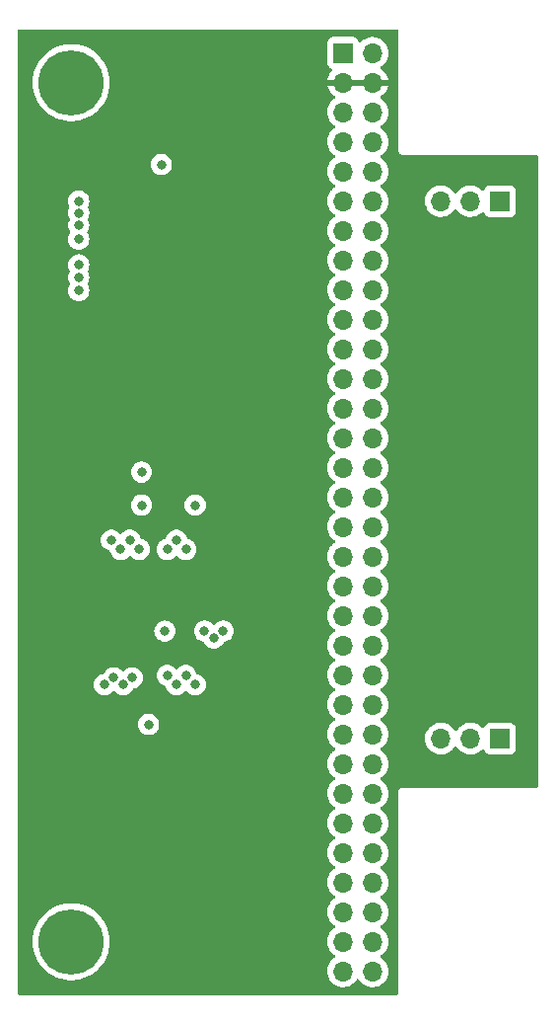
<source format=gbr>
%TF.GenerationSoftware,KiCad,Pcbnew,6.0.7*%
%TF.CreationDate,2022-09-07T07:32:47+02:00*%
%TF.ProjectId,srambrd,7372616d-6272-4642-9e6b-696361645f70,rev?*%
%TF.SameCoordinates,Original*%
%TF.FileFunction,Copper,L3,Inr*%
%TF.FilePolarity,Positive*%
%FSLAX46Y46*%
G04 Gerber Fmt 4.6, Leading zero omitted, Abs format (unit mm)*
G04 Created by KiCad (PCBNEW 6.0.7) date 2022-09-07 07:32:47*
%MOMM*%
%LPD*%
G01*
G04 APERTURE LIST*
%TA.AperFunction,ComponentPad*%
%ADD10R,1.700000X1.700000*%
%TD*%
%TA.AperFunction,ComponentPad*%
%ADD11O,1.700000X1.700000*%
%TD*%
%TA.AperFunction,ComponentPad*%
%ADD12C,5.600000*%
%TD*%
%TA.AperFunction,ViaPad*%
%ADD13C,0.800000*%
%TD*%
G04 APERTURE END LIST*
D10*
%TO.N,GND*%
%TO.C,J3*%
X144780000Y-74930000D03*
D11*
%TO.N,RX*%
X142240000Y-74930000D03*
%TO.N,TX*%
X139700000Y-74930000D03*
%TD*%
D12*
%TO.N,N/C*%
%TO.C,H1*%
X107950000Y-64770000D03*
%TD*%
D10*
%TO.N,GND*%
%TO.C,J4*%
X144780000Y-121013269D03*
D11*
%TO.N,AUDIO_L*%
X142240000Y-121013269D03*
%TO.N,AUDIO_R*%
X139700000Y-121013269D03*
%TD*%
D12*
%TO.N,N/C*%
%TO.C,H2*%
X107950000Y-138430000D03*
%TD*%
D10*
%TO.N,GND*%
%TO.C,J1*%
X131298000Y-62225000D03*
D11*
X133838000Y-62225000D03*
%TO.N,3v3*%
X131298000Y-64765000D03*
X133838000Y-64765000D03*
%TO.N,GND*%
X131298000Y-67305000D03*
X133838000Y-67305000D03*
%TO.N,SD_DAT1*%
X131298000Y-69845000D03*
%TO.N,SD_DAT0*%
X133838000Y-69845000D03*
%TO.N,SD_CLK*%
X131298000Y-72385000D03*
%TO.N,SD_CMD*%
X133838000Y-72385000D03*
%TO.N,SD_DAT3*%
X131298000Y-74925000D03*
%TO.N,SD_DAT2*%
X133838000Y-74925000D03*
%TO.N,TX*%
X131298000Y-77465000D03*
%TO.N,RX*%
X133838000Y-77465000D03*
%TO.N,unconnected-(J1-Pad15)*%
X131298000Y-80005000D03*
%TO.N,PWM_L*%
X133838000Y-80005000D03*
%TO.N,unconnected-(J1-Pad17)*%
X131298000Y-82545000D03*
%TO.N,PWM_R*%
X133838000Y-82545000D03*
%TO.N,unconnected-(J1-Pad19)*%
X131298000Y-85085000D03*
%TO.N,unconnected-(J1-Pad20)*%
X133838000Y-85085000D03*
%TO.N,A9*%
X131298000Y-87625000D03*
%TO.N,unconnected-(J1-Pad22)*%
X133838000Y-87625000D03*
%TO.N,A7*%
X131298000Y-90165000D03*
%TO.N,A8*%
X133838000Y-90165000D03*
%TO.N,A5*%
X131298000Y-92705000D03*
%TO.N,A6*%
X133838000Y-92705000D03*
%TO.N,CE_N*%
X131298000Y-95245000D03*
%TO.N,WE_N*%
X133838000Y-95245000D03*
%TO.N,A3*%
X131298000Y-97785000D03*
%TO.N,A4*%
X133838000Y-97785000D03*
%TO.N,A1*%
X131298000Y-100325000D03*
%TO.N,A2*%
X133838000Y-100325000D03*
%TO.N,D0*%
X131298000Y-102865000D03*
%TO.N,A0*%
X133838000Y-102865000D03*
%TO.N,D2*%
X131298000Y-105405000D03*
%TO.N,D1*%
X133838000Y-105405000D03*
%TO.N,D4*%
X131298000Y-107945000D03*
%TO.N,D3*%
X133838000Y-107945000D03*
%TO.N,D6*%
X131298000Y-110485000D03*
%TO.N,D5*%
X133838000Y-110485000D03*
%TO.N,LB_N*%
X131298000Y-113025000D03*
%TO.N,D7*%
X133838000Y-113025000D03*
%TO.N,OE_N*%
X131298000Y-115565000D03*
%TO.N,UB_N*%
X133838000Y-115565000D03*
%TO.N,A16*%
X131298000Y-118105000D03*
%TO.N,A17*%
X133838000Y-118105000D03*
%TO.N,D15*%
X131298000Y-120645000D03*
%TO.N,A15*%
X133838000Y-120645000D03*
%TO.N,D13*%
X131298000Y-123185000D03*
%TO.N,D14*%
X133838000Y-123185000D03*
%TO.N,D11*%
X131298000Y-125725000D03*
%TO.N,D12*%
X133838000Y-125725000D03*
%TO.N,D9*%
X131298000Y-128265000D03*
%TO.N,D10*%
X133838000Y-128265000D03*
%TO.N,A14*%
X131298000Y-130805000D03*
%TO.N,D8*%
X133838000Y-130805000D03*
%TO.N,A12*%
X131298000Y-133345000D03*
%TO.N,A13*%
X133838000Y-133345000D03*
%TO.N,A10*%
X131298000Y-135885000D03*
%TO.N,A11*%
X133838000Y-135885000D03*
%TO.N,GND*%
X131298000Y-138425000D03*
X133838000Y-138425000D03*
%TO.N,unconnected-(J1-Pad63)*%
X131298000Y-140965000D03*
%TO.N,unconnected-(J1-Pad64)*%
X133838000Y-140965000D03*
%TD*%
D13*
%TO.N,GND*%
X114000000Y-101000000D03*
X115697000Y-71800000D03*
X114600000Y-119800000D03*
X108600000Y-77000000D03*
X114000000Y-98171000D03*
X116000000Y-111800000D03*
%TO.N,3v3*%
X114000000Y-111800000D03*
X117000000Y-100200000D03*
X107000000Y-89400000D03*
X104648000Y-79248000D03*
X114800000Y-69342000D03*
%TO.N,D0*%
X118600000Y-101000000D03*
%TO.N,D1*%
X117800000Y-104800000D03*
%TO.N,D2*%
X117000000Y-104000000D03*
%TO.N,D3*%
X116200000Y-104800000D03*
%TO.N,D4*%
X113800000Y-104800000D03*
%TO.N,D5*%
X113000000Y-104000000D03*
%TO.N,D6*%
X112200000Y-104800000D03*
%TO.N,D7*%
X111400000Y-104000000D03*
%TO.N,D8*%
X110800000Y-116400000D03*
%TO.N,D9*%
X111600000Y-115800000D03*
%TO.N,D10*%
X112400000Y-116400000D03*
%TO.N,D11*%
X113200000Y-115800000D03*
%TO.N,D12*%
X116200000Y-115600000D03*
%TO.N,D13*%
X117000000Y-116400000D03*
%TO.N,D14*%
X117800000Y-115600000D03*
%TO.N,D15*%
X118600000Y-116400000D03*
%TO.N,OE_N*%
X121000000Y-111800000D03*
%TO.N,UB_N*%
X120200000Y-112400000D03*
%TO.N,LB_N*%
X119400000Y-111800000D03*
%TO.N,SD_DAT3*%
X108600000Y-81475000D03*
%TO.N,SD_CMD*%
X108600000Y-80400000D03*
%TO.N,SD_CLK*%
X108600000Y-78200000D03*
%TO.N,SD_DAT0*%
X108600000Y-75946000D03*
%TO.N,SD_DAT1*%
X108600000Y-74930000D03*
%TO.N,SD_DAT2*%
X108600000Y-82600000D03*
%TD*%
%TA.AperFunction,Conductor*%
%TO.N,3v3*%
G36*
X135958621Y-60218502D02*
G01*
X136005114Y-60272158D01*
X136016500Y-60324500D01*
X136016500Y-70476377D01*
X136016498Y-70477147D01*
X136016024Y-70554721D01*
X136018491Y-70563352D01*
X136024150Y-70583153D01*
X136027728Y-70599915D01*
X136031920Y-70629187D01*
X136035634Y-70637355D01*
X136035634Y-70637356D01*
X136042548Y-70652562D01*
X136048996Y-70670086D01*
X136056051Y-70694771D01*
X136060843Y-70702365D01*
X136060844Y-70702368D01*
X136071830Y-70719780D01*
X136079969Y-70734863D01*
X136092208Y-70761782D01*
X136098069Y-70768584D01*
X136108970Y-70781235D01*
X136120073Y-70796239D01*
X136133776Y-70817958D01*
X136140501Y-70823897D01*
X136140504Y-70823901D01*
X136155938Y-70837532D01*
X136167982Y-70849724D01*
X136181427Y-70865327D01*
X136181430Y-70865329D01*
X136187287Y-70872127D01*
X136194816Y-70877007D01*
X136194817Y-70877008D01*
X136208835Y-70886094D01*
X136223709Y-70897385D01*
X136236217Y-70908431D01*
X136242951Y-70914378D01*
X136269711Y-70926942D01*
X136284691Y-70935263D01*
X136301983Y-70946471D01*
X136301988Y-70946473D01*
X136309515Y-70951352D01*
X136318108Y-70953922D01*
X136318113Y-70953924D01*
X136334120Y-70958711D01*
X136351564Y-70965372D01*
X136366676Y-70972467D01*
X136366678Y-70972468D01*
X136374800Y-70976281D01*
X136383667Y-70977662D01*
X136383668Y-70977662D01*
X136393310Y-70979163D01*
X136404017Y-70980830D01*
X136420732Y-70984613D01*
X136440466Y-70990515D01*
X136440472Y-70990516D01*
X136449066Y-70993086D01*
X136458037Y-70993141D01*
X136458038Y-70993141D01*
X136468097Y-70993202D01*
X136483506Y-70993296D01*
X136484289Y-70993329D01*
X136485386Y-70993500D01*
X136516377Y-70993500D01*
X136517147Y-70993502D01*
X136590785Y-70993952D01*
X136590786Y-70993952D01*
X136594721Y-70993976D01*
X136596065Y-70993592D01*
X136597410Y-70993500D01*
X147955500Y-70993500D01*
X148023621Y-71013502D01*
X148070114Y-71067158D01*
X148081500Y-71119500D01*
X148081500Y-125095500D01*
X148061498Y-125163621D01*
X148007842Y-125210114D01*
X147955500Y-125221500D01*
X136533623Y-125221500D01*
X136532853Y-125221498D01*
X136532037Y-125221493D01*
X136455279Y-125221024D01*
X136432918Y-125227415D01*
X136426847Y-125229150D01*
X136410085Y-125232728D01*
X136380813Y-125236920D01*
X136372645Y-125240634D01*
X136372644Y-125240634D01*
X136357438Y-125247548D01*
X136339914Y-125253996D01*
X136315229Y-125261051D01*
X136307635Y-125265843D01*
X136307632Y-125265844D01*
X136290220Y-125276830D01*
X136275137Y-125284969D01*
X136248218Y-125297208D01*
X136241416Y-125303069D01*
X136228765Y-125313970D01*
X136213761Y-125325073D01*
X136192042Y-125338776D01*
X136186103Y-125345501D01*
X136186099Y-125345504D01*
X136172468Y-125360938D01*
X136160276Y-125372982D01*
X136144673Y-125386427D01*
X136144671Y-125386430D01*
X136137873Y-125392287D01*
X136132993Y-125399816D01*
X136132992Y-125399817D01*
X136123906Y-125413835D01*
X136112615Y-125428709D01*
X136101569Y-125441217D01*
X136095622Y-125447951D01*
X136087811Y-125464588D01*
X136083058Y-125474711D01*
X136074737Y-125489691D01*
X136063529Y-125506983D01*
X136063527Y-125506988D01*
X136058648Y-125514515D01*
X136056078Y-125523108D01*
X136056076Y-125523113D01*
X136051289Y-125539120D01*
X136044628Y-125556564D01*
X136033719Y-125579800D01*
X136032338Y-125588667D01*
X136032338Y-125588668D01*
X136029170Y-125609015D01*
X136025387Y-125625732D01*
X136019485Y-125645466D01*
X136019484Y-125645472D01*
X136016914Y-125654066D01*
X136016859Y-125663037D01*
X136016859Y-125663038D01*
X136016704Y-125688497D01*
X136016671Y-125689289D01*
X136016500Y-125690386D01*
X136016500Y-125721377D01*
X136016498Y-125722147D01*
X136016024Y-125799721D01*
X136016408Y-125801065D01*
X136016500Y-125802410D01*
X136016500Y-142875500D01*
X135996498Y-142943621D01*
X135942842Y-142990114D01*
X135890500Y-143001500D01*
X103504500Y-143001500D01*
X103436379Y-142981498D01*
X103389886Y-142927842D01*
X103378500Y-142875500D01*
X103378500Y-138418434D01*
X104636661Y-138418434D01*
X104636833Y-138421829D01*
X104636833Y-138421830D01*
X104646604Y-138614715D01*
X104654792Y-138776340D01*
X104655329Y-138779695D01*
X104655330Y-138779701D01*
X104664576Y-138837425D01*
X104711470Y-139130195D01*
X104806033Y-139475859D01*
X104807282Y-139479029D01*
X104935696Y-139805027D01*
X104937374Y-139809288D01*
X104968151Y-139867909D01*
X105095988Y-140111403D01*
X105103957Y-140126582D01*
X105105858Y-140129411D01*
X105105864Y-140129421D01*
X105237685Y-140325590D01*
X105303834Y-140424029D01*
X105534665Y-140698150D01*
X105793751Y-140945738D01*
X106078061Y-141163897D01*
X106110056Y-141183350D01*
X106381355Y-141348303D01*
X106381360Y-141348306D01*
X106384270Y-141350075D01*
X106387358Y-141351521D01*
X106387357Y-141351521D01*
X106705710Y-141500649D01*
X106705720Y-141500653D01*
X106708794Y-141502093D01*
X106712012Y-141503195D01*
X106712015Y-141503196D01*
X107044615Y-141617071D01*
X107044623Y-141617073D01*
X107047838Y-141618174D01*
X107397435Y-141696959D01*
X107449728Y-141702917D01*
X107750114Y-141737142D01*
X107750122Y-141737142D01*
X107753497Y-141737527D01*
X107756901Y-141737545D01*
X107756904Y-141737545D01*
X107951227Y-141738562D01*
X108111857Y-141739403D01*
X108115243Y-141739053D01*
X108115245Y-141739053D01*
X108464932Y-141702917D01*
X108464941Y-141702916D01*
X108468324Y-141702566D01*
X108471657Y-141701852D01*
X108471660Y-141701851D01*
X108759496Y-141640144D01*
X108818727Y-141627446D01*
X109158968Y-141514922D01*
X109485066Y-141366311D01*
X109684427Y-141247939D01*
X109790262Y-141185099D01*
X109790267Y-141185096D01*
X109793207Y-141183350D01*
X110079786Y-140968180D01*
X110118775Y-140931695D01*
X129935251Y-140931695D01*
X129935548Y-140936848D01*
X129935548Y-140936851D01*
X129941011Y-141031590D01*
X129948110Y-141154715D01*
X129949247Y-141159761D01*
X129949248Y-141159767D01*
X129949710Y-141161816D01*
X129997222Y-141372639D01*
X130081266Y-141579616D01*
X130132019Y-141662438D01*
X130195291Y-141765688D01*
X130197987Y-141770088D01*
X130344250Y-141938938D01*
X130516126Y-142081632D01*
X130709000Y-142194338D01*
X130917692Y-142274030D01*
X130922760Y-142275061D01*
X130922763Y-142275062D01*
X131030017Y-142296883D01*
X131136597Y-142318567D01*
X131141772Y-142318757D01*
X131141774Y-142318757D01*
X131354673Y-142326564D01*
X131354677Y-142326564D01*
X131359837Y-142326753D01*
X131364957Y-142326097D01*
X131364959Y-142326097D01*
X131576288Y-142299025D01*
X131576289Y-142299025D01*
X131581416Y-142298368D01*
X131586366Y-142296883D01*
X131790429Y-142235661D01*
X131790434Y-142235659D01*
X131795384Y-142234174D01*
X131995994Y-142135896D01*
X132177860Y-142006173D01*
X132336096Y-141848489D01*
X132395594Y-141765689D01*
X132466453Y-141667077D01*
X132467776Y-141668028D01*
X132514645Y-141624857D01*
X132584580Y-141612625D01*
X132650026Y-141640144D01*
X132677875Y-141671994D01*
X132737987Y-141770088D01*
X132884250Y-141938938D01*
X133056126Y-142081632D01*
X133249000Y-142194338D01*
X133457692Y-142274030D01*
X133462760Y-142275061D01*
X133462763Y-142275062D01*
X133570017Y-142296883D01*
X133676597Y-142318567D01*
X133681772Y-142318757D01*
X133681774Y-142318757D01*
X133894673Y-142326564D01*
X133894677Y-142326564D01*
X133899837Y-142326753D01*
X133904957Y-142326097D01*
X133904959Y-142326097D01*
X134116288Y-142299025D01*
X134116289Y-142299025D01*
X134121416Y-142298368D01*
X134126366Y-142296883D01*
X134330429Y-142235661D01*
X134330434Y-142235659D01*
X134335384Y-142234174D01*
X134535994Y-142135896D01*
X134717860Y-142006173D01*
X134876096Y-141848489D01*
X134935594Y-141765689D01*
X135003435Y-141671277D01*
X135006453Y-141667077D01*
X135027320Y-141624857D01*
X135103136Y-141471453D01*
X135103137Y-141471451D01*
X135105430Y-141466811D01*
X135170370Y-141253069D01*
X135199529Y-141031590D01*
X135199611Y-141028240D01*
X135201074Y-140968365D01*
X135201074Y-140968361D01*
X135201156Y-140965000D01*
X135182852Y-140742361D01*
X135128431Y-140525702D01*
X135039354Y-140320840D01*
X134999906Y-140259862D01*
X134920822Y-140137617D01*
X134920820Y-140137614D01*
X134918014Y-140133277D01*
X134767670Y-139968051D01*
X134763619Y-139964852D01*
X134763615Y-139964848D01*
X134596414Y-139832800D01*
X134596410Y-139832798D01*
X134592359Y-139829598D01*
X134551053Y-139806796D01*
X134501084Y-139756364D01*
X134486312Y-139686921D01*
X134511428Y-139620516D01*
X134538780Y-139593909D01*
X134582603Y-139562650D01*
X134717860Y-139466173D01*
X134876096Y-139308489D01*
X134935594Y-139225689D01*
X135003435Y-139131277D01*
X135006453Y-139127077D01*
X135027320Y-139084857D01*
X135103136Y-138931453D01*
X135103137Y-138931451D01*
X135105430Y-138926811D01*
X135170370Y-138713069D01*
X135199529Y-138491590D01*
X135200513Y-138451326D01*
X135201074Y-138428365D01*
X135201074Y-138428361D01*
X135201156Y-138425000D01*
X135182852Y-138202361D01*
X135128431Y-137985702D01*
X135039354Y-137780840D01*
X134918014Y-137593277D01*
X134767670Y-137428051D01*
X134763619Y-137424852D01*
X134763615Y-137424848D01*
X134596414Y-137292800D01*
X134596410Y-137292798D01*
X134592359Y-137289598D01*
X134551053Y-137266796D01*
X134501084Y-137216364D01*
X134486312Y-137146921D01*
X134511428Y-137080516D01*
X134538780Y-137053909D01*
X134582603Y-137022650D01*
X134717860Y-136926173D01*
X134876096Y-136768489D01*
X134935594Y-136685689D01*
X135003435Y-136591277D01*
X135006453Y-136587077D01*
X135027320Y-136544857D01*
X135103136Y-136391453D01*
X135103137Y-136391451D01*
X135105430Y-136386811D01*
X135170370Y-136173069D01*
X135199529Y-135951590D01*
X135199611Y-135948240D01*
X135201074Y-135888365D01*
X135201074Y-135888361D01*
X135201156Y-135885000D01*
X135182852Y-135662361D01*
X135128431Y-135445702D01*
X135039354Y-135240840D01*
X134987546Y-135160757D01*
X134920822Y-135057617D01*
X134920820Y-135057614D01*
X134918014Y-135053277D01*
X134767670Y-134888051D01*
X134763619Y-134884852D01*
X134763615Y-134884848D01*
X134596414Y-134752800D01*
X134596410Y-134752798D01*
X134592359Y-134749598D01*
X134551053Y-134726796D01*
X134501084Y-134676364D01*
X134486312Y-134606921D01*
X134511428Y-134540516D01*
X134538780Y-134513909D01*
X134582603Y-134482650D01*
X134717860Y-134386173D01*
X134876096Y-134228489D01*
X134935594Y-134145689D01*
X135003435Y-134051277D01*
X135006453Y-134047077D01*
X135027320Y-134004857D01*
X135103136Y-133851453D01*
X135103137Y-133851451D01*
X135105430Y-133846811D01*
X135170370Y-133633069D01*
X135199529Y-133411590D01*
X135201156Y-133345000D01*
X135182852Y-133122361D01*
X135128431Y-132905702D01*
X135039354Y-132700840D01*
X134918014Y-132513277D01*
X134767670Y-132348051D01*
X134763619Y-132344852D01*
X134763615Y-132344848D01*
X134596414Y-132212800D01*
X134596410Y-132212798D01*
X134592359Y-132209598D01*
X134551053Y-132186796D01*
X134501084Y-132136364D01*
X134486312Y-132066921D01*
X134511428Y-132000516D01*
X134538780Y-131973909D01*
X134582603Y-131942650D01*
X134717860Y-131846173D01*
X134876096Y-131688489D01*
X134935594Y-131605689D01*
X135003435Y-131511277D01*
X135006453Y-131507077D01*
X135027320Y-131464857D01*
X135103136Y-131311453D01*
X135103137Y-131311451D01*
X135105430Y-131306811D01*
X135170370Y-131093069D01*
X135199529Y-130871590D01*
X135201156Y-130805000D01*
X135182852Y-130582361D01*
X135128431Y-130365702D01*
X135039354Y-130160840D01*
X134918014Y-129973277D01*
X134767670Y-129808051D01*
X134763619Y-129804852D01*
X134763615Y-129804848D01*
X134596414Y-129672800D01*
X134596410Y-129672798D01*
X134592359Y-129669598D01*
X134551053Y-129646796D01*
X134501084Y-129596364D01*
X134486312Y-129526921D01*
X134511428Y-129460516D01*
X134538780Y-129433909D01*
X134582603Y-129402650D01*
X134717860Y-129306173D01*
X134876096Y-129148489D01*
X134935594Y-129065689D01*
X135003435Y-128971277D01*
X135006453Y-128967077D01*
X135027320Y-128924857D01*
X135103136Y-128771453D01*
X135103137Y-128771451D01*
X135105430Y-128766811D01*
X135170370Y-128553069D01*
X135199529Y-128331590D01*
X135201156Y-128265000D01*
X135182852Y-128042361D01*
X135128431Y-127825702D01*
X135039354Y-127620840D01*
X134918014Y-127433277D01*
X134767670Y-127268051D01*
X134763619Y-127264852D01*
X134763615Y-127264848D01*
X134596414Y-127132800D01*
X134596410Y-127132798D01*
X134592359Y-127129598D01*
X134551053Y-127106796D01*
X134501084Y-127056364D01*
X134486312Y-126986921D01*
X134511428Y-126920516D01*
X134538780Y-126893909D01*
X134582603Y-126862650D01*
X134717860Y-126766173D01*
X134876096Y-126608489D01*
X134935594Y-126525689D01*
X135003435Y-126431277D01*
X135006453Y-126427077D01*
X135027320Y-126384857D01*
X135103136Y-126231453D01*
X135103137Y-126231451D01*
X135105430Y-126226811D01*
X135153768Y-126067713D01*
X135168865Y-126018023D01*
X135168865Y-126018021D01*
X135170370Y-126013069D01*
X135199529Y-125791590D01*
X135201156Y-125725000D01*
X135182852Y-125502361D01*
X135128431Y-125285702D01*
X135039354Y-125080840D01*
X134918014Y-124893277D01*
X134767670Y-124728051D01*
X134763619Y-124724852D01*
X134763615Y-124724848D01*
X134596414Y-124592800D01*
X134596410Y-124592798D01*
X134592359Y-124589598D01*
X134551053Y-124566796D01*
X134501084Y-124516364D01*
X134486312Y-124446921D01*
X134511428Y-124380516D01*
X134538780Y-124353909D01*
X134582603Y-124322650D01*
X134717860Y-124226173D01*
X134876096Y-124068489D01*
X134935594Y-123985689D01*
X135003435Y-123891277D01*
X135006453Y-123887077D01*
X135027320Y-123844857D01*
X135103136Y-123691453D01*
X135103137Y-123691451D01*
X135105430Y-123686811D01*
X135170370Y-123473069D01*
X135199529Y-123251590D01*
X135201156Y-123185000D01*
X135182852Y-122962361D01*
X135128431Y-122745702D01*
X135039354Y-122540840D01*
X134999906Y-122479862D01*
X134920822Y-122357617D01*
X134920820Y-122357614D01*
X134918014Y-122353277D01*
X134767670Y-122188051D01*
X134763619Y-122184852D01*
X134763615Y-122184848D01*
X134596414Y-122052800D01*
X134596410Y-122052798D01*
X134592359Y-122049598D01*
X134551053Y-122026796D01*
X134501084Y-121976364D01*
X134486312Y-121906921D01*
X134511428Y-121840516D01*
X134538780Y-121813909D01*
X134582603Y-121782650D01*
X134717860Y-121686173D01*
X134743228Y-121660894D01*
X134872435Y-121532137D01*
X134876096Y-121528489D01*
X134895886Y-121500949D01*
X135003435Y-121351277D01*
X135006453Y-121347077D01*
X135027320Y-121304857D01*
X135103136Y-121151453D01*
X135103137Y-121151451D01*
X135105430Y-121146811D01*
X135156122Y-120979964D01*
X138337251Y-120979964D01*
X138337548Y-120985117D01*
X138337548Y-120985120D01*
X138346871Y-121146811D01*
X138350110Y-121202984D01*
X138351247Y-121208030D01*
X138351248Y-121208036D01*
X138363865Y-121264020D01*
X138399222Y-121420908D01*
X138431723Y-121500949D01*
X138478047Y-121615031D01*
X138483266Y-121627885D01*
X138520685Y-121688947D01*
X138597291Y-121813957D01*
X138599987Y-121818357D01*
X138746250Y-121987207D01*
X138918126Y-122129901D01*
X139111000Y-122242607D01*
X139319692Y-122322299D01*
X139324760Y-122323330D01*
X139324763Y-122323331D01*
X139432017Y-122345152D01*
X139538597Y-122366836D01*
X139543772Y-122367026D01*
X139543774Y-122367026D01*
X139756673Y-122374833D01*
X139756677Y-122374833D01*
X139761837Y-122375022D01*
X139766957Y-122374366D01*
X139766959Y-122374366D01*
X139978288Y-122347294D01*
X139978289Y-122347294D01*
X139983416Y-122346637D01*
X139988366Y-122345152D01*
X140192429Y-122283930D01*
X140192434Y-122283928D01*
X140197384Y-122282443D01*
X140397994Y-122184165D01*
X140579860Y-122054442D01*
X140599760Y-122034612D01*
X140674124Y-121960507D01*
X140738096Y-121896758D01*
X140797594Y-121813958D01*
X140868453Y-121715346D01*
X140869776Y-121716297D01*
X140916645Y-121673126D01*
X140986580Y-121660894D01*
X141052026Y-121688413D01*
X141079875Y-121720263D01*
X141139987Y-121818357D01*
X141286250Y-121987207D01*
X141458126Y-122129901D01*
X141651000Y-122242607D01*
X141859692Y-122322299D01*
X141864760Y-122323330D01*
X141864763Y-122323331D01*
X141972017Y-122345152D01*
X142078597Y-122366836D01*
X142083772Y-122367026D01*
X142083774Y-122367026D01*
X142296673Y-122374833D01*
X142296677Y-122374833D01*
X142301837Y-122375022D01*
X142306957Y-122374366D01*
X142306959Y-122374366D01*
X142518288Y-122347294D01*
X142518289Y-122347294D01*
X142523416Y-122346637D01*
X142528366Y-122345152D01*
X142732429Y-122283930D01*
X142732434Y-122283928D01*
X142737384Y-122282443D01*
X142937994Y-122184165D01*
X143119860Y-122054442D01*
X143228091Y-121946588D01*
X143290462Y-121912673D01*
X143361268Y-121917861D01*
X143418030Y-121960507D01*
X143435012Y-121991610D01*
X143479385Y-122109974D01*
X143566739Y-122226530D01*
X143683295Y-122313884D01*
X143819684Y-122365014D01*
X143881866Y-122371769D01*
X145678134Y-122371769D01*
X145740316Y-122365014D01*
X145876705Y-122313884D01*
X145993261Y-122226530D01*
X146080615Y-122109974D01*
X146131745Y-121973585D01*
X146138500Y-121911403D01*
X146138500Y-120115135D01*
X146131745Y-120052953D01*
X146080615Y-119916564D01*
X145993261Y-119800008D01*
X145876705Y-119712654D01*
X145740316Y-119661524D01*
X145678134Y-119654769D01*
X143881866Y-119654769D01*
X143819684Y-119661524D01*
X143683295Y-119712654D01*
X143566739Y-119800008D01*
X143479385Y-119916564D01*
X143476233Y-119924972D01*
X143434919Y-120035176D01*
X143392277Y-120091940D01*
X143325716Y-120116640D01*
X143256367Y-120101432D01*
X143223743Y-120075745D01*
X143173151Y-120020144D01*
X143173142Y-120020135D01*
X143169670Y-120016320D01*
X143165619Y-120013121D01*
X143165615Y-120013117D01*
X142998414Y-119881069D01*
X142998410Y-119881067D01*
X142994359Y-119877867D01*
X142798789Y-119769907D01*
X142793920Y-119768183D01*
X142793916Y-119768181D01*
X142593087Y-119697064D01*
X142593083Y-119697063D01*
X142588212Y-119695338D01*
X142583119Y-119694431D01*
X142583116Y-119694430D01*
X142373373Y-119657069D01*
X142373367Y-119657068D01*
X142368284Y-119656163D01*
X142294452Y-119655261D01*
X142150081Y-119653497D01*
X142150079Y-119653497D01*
X142144911Y-119653434D01*
X141924091Y-119687224D01*
X141711756Y-119756626D01*
X141681443Y-119772406D01*
X141594594Y-119817617D01*
X141513607Y-119859776D01*
X141509474Y-119862879D01*
X141509471Y-119862881D01*
X141339100Y-119990799D01*
X141334965Y-119993904D01*
X141295525Y-120035176D01*
X141241280Y-120091940D01*
X141180629Y-120155407D01*
X141073201Y-120312890D01*
X141018293Y-120357890D01*
X140947768Y-120366061D01*
X140884021Y-120334807D01*
X140863324Y-120310323D01*
X140782822Y-120185886D01*
X140782820Y-120185883D01*
X140780014Y-120181546D01*
X140629670Y-120016320D01*
X140625619Y-120013121D01*
X140625615Y-120013117D01*
X140458414Y-119881069D01*
X140458410Y-119881067D01*
X140454359Y-119877867D01*
X140258789Y-119769907D01*
X140253920Y-119768183D01*
X140253916Y-119768181D01*
X140053087Y-119697064D01*
X140053083Y-119697063D01*
X140048212Y-119695338D01*
X140043119Y-119694431D01*
X140043116Y-119694430D01*
X139833373Y-119657069D01*
X139833367Y-119657068D01*
X139828284Y-119656163D01*
X139754452Y-119655261D01*
X139610081Y-119653497D01*
X139610079Y-119653497D01*
X139604911Y-119653434D01*
X139384091Y-119687224D01*
X139171756Y-119756626D01*
X139141443Y-119772406D01*
X139054594Y-119817617D01*
X138973607Y-119859776D01*
X138969474Y-119862879D01*
X138969471Y-119862881D01*
X138799100Y-119990799D01*
X138794965Y-119993904D01*
X138755525Y-120035176D01*
X138701280Y-120091940D01*
X138640629Y-120155407D01*
X138514743Y-120339949D01*
X138420688Y-120542574D01*
X138360989Y-120757839D01*
X138337251Y-120979964D01*
X135156122Y-120979964D01*
X135170370Y-120933069D01*
X135199529Y-120711590D01*
X135201156Y-120645000D01*
X135182852Y-120422361D01*
X135128431Y-120205702D01*
X135039354Y-120000840D01*
X134918014Y-119813277D01*
X134767670Y-119648051D01*
X134763619Y-119644852D01*
X134763615Y-119644848D01*
X134596414Y-119512800D01*
X134596410Y-119512798D01*
X134592359Y-119509598D01*
X134551053Y-119486796D01*
X134501084Y-119436364D01*
X134486312Y-119366921D01*
X134511428Y-119300516D01*
X134538780Y-119273909D01*
X134582603Y-119242650D01*
X134717860Y-119146173D01*
X134738059Y-119126045D01*
X134851737Y-119012763D01*
X134876096Y-118988489D01*
X134915329Y-118933891D01*
X135003435Y-118811277D01*
X135006453Y-118807077D01*
X135027320Y-118764857D01*
X135103136Y-118611453D01*
X135103137Y-118611451D01*
X135105430Y-118606811D01*
X135170370Y-118393069D01*
X135199529Y-118171590D01*
X135201156Y-118105000D01*
X135182852Y-117882361D01*
X135128431Y-117665702D01*
X135039354Y-117460840D01*
X134918014Y-117273277D01*
X134767670Y-117108051D01*
X134763619Y-117104852D01*
X134763615Y-117104848D01*
X134596414Y-116972800D01*
X134596410Y-116972798D01*
X134592359Y-116969598D01*
X134551053Y-116946796D01*
X134501084Y-116896364D01*
X134486312Y-116826921D01*
X134511428Y-116760516D01*
X134538780Y-116733909D01*
X134582603Y-116702650D01*
X134717860Y-116606173D01*
X134730274Y-116593803D01*
X134872435Y-116452137D01*
X134876096Y-116448489D01*
X134935594Y-116365689D01*
X135003435Y-116271277D01*
X135006453Y-116267077D01*
X135027320Y-116224857D01*
X135103136Y-116071453D01*
X135103137Y-116071451D01*
X135105430Y-116066811D01*
X135137900Y-115959940D01*
X135168865Y-115858023D01*
X135168865Y-115858021D01*
X135170370Y-115853069D01*
X135199529Y-115631590D01*
X135199611Y-115628240D01*
X135201074Y-115568365D01*
X135201074Y-115568361D01*
X135201156Y-115565000D01*
X135182852Y-115342361D01*
X135128431Y-115125702D01*
X135039354Y-114920840D01*
X134918014Y-114733277D01*
X134767670Y-114568051D01*
X134763619Y-114564852D01*
X134763615Y-114564848D01*
X134596414Y-114432800D01*
X134596410Y-114432798D01*
X134592359Y-114429598D01*
X134551053Y-114406796D01*
X134501084Y-114356364D01*
X134486312Y-114286921D01*
X134511428Y-114220516D01*
X134538780Y-114193909D01*
X134582603Y-114162650D01*
X134717860Y-114066173D01*
X134876096Y-113908489D01*
X134935594Y-113825689D01*
X135003435Y-113731277D01*
X135006453Y-113727077D01*
X135027320Y-113684857D01*
X135103136Y-113531453D01*
X135103137Y-113531451D01*
X135105430Y-113526811D01*
X135170370Y-113313069D01*
X135199529Y-113091590D01*
X135201156Y-113025000D01*
X135182852Y-112802361D01*
X135128431Y-112585702D01*
X135039354Y-112380840D01*
X134918014Y-112193277D01*
X134767670Y-112028051D01*
X134763619Y-112024852D01*
X134763615Y-112024848D01*
X134596414Y-111892800D01*
X134596410Y-111892798D01*
X134592359Y-111889598D01*
X134551053Y-111866796D01*
X134501084Y-111816364D01*
X134486312Y-111746921D01*
X134511428Y-111680516D01*
X134538780Y-111653909D01*
X134600237Y-111610072D01*
X134717860Y-111526173D01*
X134876096Y-111368489D01*
X134935594Y-111285689D01*
X135003435Y-111191277D01*
X135006453Y-111187077D01*
X135027320Y-111144857D01*
X135103136Y-110991453D01*
X135103137Y-110991451D01*
X135105430Y-110986811D01*
X135170370Y-110773069D01*
X135199529Y-110551590D01*
X135201156Y-110485000D01*
X135182852Y-110262361D01*
X135128431Y-110045702D01*
X135039354Y-109840840D01*
X134918014Y-109653277D01*
X134767670Y-109488051D01*
X134763619Y-109484852D01*
X134763615Y-109484848D01*
X134596414Y-109352800D01*
X134596410Y-109352798D01*
X134592359Y-109349598D01*
X134551053Y-109326796D01*
X134501084Y-109276364D01*
X134486312Y-109206921D01*
X134511428Y-109140516D01*
X134538780Y-109113909D01*
X134582603Y-109082650D01*
X134717860Y-108986173D01*
X134876096Y-108828489D01*
X134935594Y-108745689D01*
X135003435Y-108651277D01*
X135006453Y-108647077D01*
X135027320Y-108604857D01*
X135103136Y-108451453D01*
X135103137Y-108451451D01*
X135105430Y-108446811D01*
X135170370Y-108233069D01*
X135199529Y-108011590D01*
X135201156Y-107945000D01*
X135182852Y-107722361D01*
X135128431Y-107505702D01*
X135039354Y-107300840D01*
X134918014Y-107113277D01*
X134767670Y-106948051D01*
X134763619Y-106944852D01*
X134763615Y-106944848D01*
X134596414Y-106812800D01*
X134596410Y-106812798D01*
X134592359Y-106809598D01*
X134551053Y-106786796D01*
X134501084Y-106736364D01*
X134486312Y-106666921D01*
X134511428Y-106600516D01*
X134538780Y-106573909D01*
X134582603Y-106542650D01*
X134717860Y-106446173D01*
X134876096Y-106288489D01*
X134935594Y-106205689D01*
X135003435Y-106111277D01*
X135006453Y-106107077D01*
X135027320Y-106064857D01*
X135103136Y-105911453D01*
X135103137Y-105911451D01*
X135105430Y-105906811D01*
X135170370Y-105693069D01*
X135199529Y-105471590D01*
X135201156Y-105405000D01*
X135182852Y-105182361D01*
X135128431Y-104965702D01*
X135039354Y-104760840D01*
X134941818Y-104610072D01*
X134920822Y-104577617D01*
X134920820Y-104577614D01*
X134918014Y-104573277D01*
X134767670Y-104408051D01*
X134763619Y-104404852D01*
X134763615Y-104404848D01*
X134596414Y-104272800D01*
X134596410Y-104272798D01*
X134592359Y-104269598D01*
X134551053Y-104246796D01*
X134501084Y-104196364D01*
X134486312Y-104126921D01*
X134511428Y-104060516D01*
X134538780Y-104033909D01*
X134595522Y-103993435D01*
X134717860Y-103906173D01*
X134731142Y-103892938D01*
X134872435Y-103752137D01*
X134876096Y-103748489D01*
X134935594Y-103665689D01*
X135003435Y-103571277D01*
X135006453Y-103567077D01*
X135027320Y-103524857D01*
X135103136Y-103371453D01*
X135103137Y-103371451D01*
X135105430Y-103366811D01*
X135153413Y-103208882D01*
X135168865Y-103158023D01*
X135168865Y-103158021D01*
X135170370Y-103153069D01*
X135199529Y-102931590D01*
X135201156Y-102865000D01*
X135182852Y-102642361D01*
X135128431Y-102425702D01*
X135039354Y-102220840D01*
X134918014Y-102033277D01*
X134767670Y-101868051D01*
X134763619Y-101864852D01*
X134763615Y-101864848D01*
X134596414Y-101732800D01*
X134596410Y-101732798D01*
X134592359Y-101729598D01*
X134551053Y-101706796D01*
X134501084Y-101656364D01*
X134486312Y-101586921D01*
X134511428Y-101520516D01*
X134538780Y-101493909D01*
X134582603Y-101462650D01*
X134717860Y-101366173D01*
X134876096Y-101208489D01*
X134889434Y-101189928D01*
X135003435Y-101031277D01*
X135006453Y-101027077D01*
X135027320Y-100984857D01*
X135103136Y-100831453D01*
X135103137Y-100831451D01*
X135105430Y-100826811D01*
X135165699Y-100628444D01*
X135168865Y-100618023D01*
X135168865Y-100618021D01*
X135170370Y-100613069D01*
X135199529Y-100391590D01*
X135201156Y-100325000D01*
X135182852Y-100102361D01*
X135128431Y-99885702D01*
X135039354Y-99680840D01*
X134918014Y-99493277D01*
X134767670Y-99328051D01*
X134763619Y-99324852D01*
X134763615Y-99324848D01*
X134596414Y-99192800D01*
X134596410Y-99192798D01*
X134592359Y-99189598D01*
X134551053Y-99166796D01*
X134501084Y-99116364D01*
X134486312Y-99046921D01*
X134511428Y-98980516D01*
X134538780Y-98953909D01*
X134582603Y-98922650D01*
X134717860Y-98826173D01*
X134876096Y-98668489D01*
X134935594Y-98585689D01*
X135003435Y-98491277D01*
X135006453Y-98487077D01*
X135027320Y-98444857D01*
X135103136Y-98291453D01*
X135103137Y-98291451D01*
X135105430Y-98286811D01*
X135170370Y-98073069D01*
X135199529Y-97851590D01*
X135201156Y-97785000D01*
X135182852Y-97562361D01*
X135128431Y-97345702D01*
X135039354Y-97140840D01*
X134918014Y-96953277D01*
X134767670Y-96788051D01*
X134763619Y-96784852D01*
X134763615Y-96784848D01*
X134596414Y-96652800D01*
X134596410Y-96652798D01*
X134592359Y-96649598D01*
X134551053Y-96626796D01*
X134501084Y-96576364D01*
X134486312Y-96506921D01*
X134511428Y-96440516D01*
X134538780Y-96413909D01*
X134582603Y-96382650D01*
X134717860Y-96286173D01*
X134876096Y-96128489D01*
X134935594Y-96045689D01*
X135003435Y-95951277D01*
X135006453Y-95947077D01*
X135027320Y-95904857D01*
X135103136Y-95751453D01*
X135103137Y-95751451D01*
X135105430Y-95746811D01*
X135170370Y-95533069D01*
X135199529Y-95311590D01*
X135201156Y-95245000D01*
X135182852Y-95022361D01*
X135128431Y-94805702D01*
X135039354Y-94600840D01*
X134918014Y-94413277D01*
X134767670Y-94248051D01*
X134763619Y-94244852D01*
X134763615Y-94244848D01*
X134596414Y-94112800D01*
X134596410Y-94112798D01*
X134592359Y-94109598D01*
X134551053Y-94086796D01*
X134501084Y-94036364D01*
X134486312Y-93966921D01*
X134511428Y-93900516D01*
X134538780Y-93873909D01*
X134582603Y-93842650D01*
X134717860Y-93746173D01*
X134876096Y-93588489D01*
X134935594Y-93505689D01*
X135003435Y-93411277D01*
X135006453Y-93407077D01*
X135027320Y-93364857D01*
X135103136Y-93211453D01*
X135103137Y-93211451D01*
X135105430Y-93206811D01*
X135170370Y-92993069D01*
X135199529Y-92771590D01*
X135201156Y-92705000D01*
X135182852Y-92482361D01*
X135128431Y-92265702D01*
X135039354Y-92060840D01*
X134918014Y-91873277D01*
X134767670Y-91708051D01*
X134763619Y-91704852D01*
X134763615Y-91704848D01*
X134596414Y-91572800D01*
X134596410Y-91572798D01*
X134592359Y-91569598D01*
X134551053Y-91546796D01*
X134501084Y-91496364D01*
X134486312Y-91426921D01*
X134511428Y-91360516D01*
X134538780Y-91333909D01*
X134582603Y-91302650D01*
X134717860Y-91206173D01*
X134876096Y-91048489D01*
X134935594Y-90965689D01*
X135003435Y-90871277D01*
X135006453Y-90867077D01*
X135027320Y-90824857D01*
X135103136Y-90671453D01*
X135103137Y-90671451D01*
X135105430Y-90666811D01*
X135170370Y-90453069D01*
X135199529Y-90231590D01*
X135201156Y-90165000D01*
X135182852Y-89942361D01*
X135128431Y-89725702D01*
X135039354Y-89520840D01*
X134918014Y-89333277D01*
X134767670Y-89168051D01*
X134763619Y-89164852D01*
X134763615Y-89164848D01*
X134596414Y-89032800D01*
X134596410Y-89032798D01*
X134592359Y-89029598D01*
X134551053Y-89006796D01*
X134501084Y-88956364D01*
X134486312Y-88886921D01*
X134511428Y-88820516D01*
X134538780Y-88793909D01*
X134582603Y-88762650D01*
X134717860Y-88666173D01*
X134876096Y-88508489D01*
X134935594Y-88425689D01*
X135003435Y-88331277D01*
X135006453Y-88327077D01*
X135027320Y-88284857D01*
X135103136Y-88131453D01*
X135103137Y-88131451D01*
X135105430Y-88126811D01*
X135170370Y-87913069D01*
X135199529Y-87691590D01*
X135201156Y-87625000D01*
X135182852Y-87402361D01*
X135128431Y-87185702D01*
X135039354Y-86980840D01*
X134918014Y-86793277D01*
X134767670Y-86628051D01*
X134763619Y-86624852D01*
X134763615Y-86624848D01*
X134596414Y-86492800D01*
X134596410Y-86492798D01*
X134592359Y-86489598D01*
X134551053Y-86466796D01*
X134501084Y-86416364D01*
X134486312Y-86346921D01*
X134511428Y-86280516D01*
X134538780Y-86253909D01*
X134582603Y-86222650D01*
X134717860Y-86126173D01*
X134876096Y-85968489D01*
X134935594Y-85885689D01*
X135003435Y-85791277D01*
X135006453Y-85787077D01*
X135027320Y-85744857D01*
X135103136Y-85591453D01*
X135103137Y-85591451D01*
X135105430Y-85586811D01*
X135170370Y-85373069D01*
X135199529Y-85151590D01*
X135201156Y-85085000D01*
X135182852Y-84862361D01*
X135128431Y-84645702D01*
X135039354Y-84440840D01*
X134918014Y-84253277D01*
X134767670Y-84088051D01*
X134763619Y-84084852D01*
X134763615Y-84084848D01*
X134596414Y-83952800D01*
X134596410Y-83952798D01*
X134592359Y-83949598D01*
X134551053Y-83926796D01*
X134501084Y-83876364D01*
X134486312Y-83806921D01*
X134511428Y-83740516D01*
X134538780Y-83713909D01*
X134582603Y-83682650D01*
X134717860Y-83586173D01*
X134876096Y-83428489D01*
X134905739Y-83387237D01*
X135003435Y-83251277D01*
X135006453Y-83247077D01*
X135027320Y-83204857D01*
X135103136Y-83051453D01*
X135103137Y-83051451D01*
X135105430Y-83046811D01*
X135170370Y-82833069D01*
X135199529Y-82611590D01*
X135201156Y-82545000D01*
X135182852Y-82322361D01*
X135128431Y-82105702D01*
X135039354Y-81900840D01*
X134918014Y-81713277D01*
X134767670Y-81548051D01*
X134763619Y-81544852D01*
X134763615Y-81544848D01*
X134596414Y-81412800D01*
X134596410Y-81412798D01*
X134592359Y-81409598D01*
X134551053Y-81386796D01*
X134501084Y-81336364D01*
X134486312Y-81266921D01*
X134511428Y-81200516D01*
X134538780Y-81173909D01*
X134582603Y-81142650D01*
X134717860Y-81046173D01*
X134876096Y-80888489D01*
X134935594Y-80805689D01*
X135003435Y-80711277D01*
X135006453Y-80707077D01*
X135027320Y-80664857D01*
X135103136Y-80511453D01*
X135103137Y-80511451D01*
X135105430Y-80506811D01*
X135170370Y-80293069D01*
X135199529Y-80071590D01*
X135201156Y-80005000D01*
X135182852Y-79782361D01*
X135128431Y-79565702D01*
X135039354Y-79360840D01*
X134918014Y-79173277D01*
X134767670Y-79008051D01*
X134763619Y-79004852D01*
X134763615Y-79004848D01*
X134596414Y-78872800D01*
X134596410Y-78872798D01*
X134592359Y-78869598D01*
X134551053Y-78846796D01*
X134501084Y-78796364D01*
X134486312Y-78726921D01*
X134511428Y-78660516D01*
X134538780Y-78633909D01*
X134582603Y-78602650D01*
X134717860Y-78506173D01*
X134876096Y-78348489D01*
X134935594Y-78265689D01*
X135003435Y-78171277D01*
X135006453Y-78167077D01*
X135027320Y-78124857D01*
X135103136Y-77971453D01*
X135103137Y-77971451D01*
X135105430Y-77966811D01*
X135170370Y-77753069D01*
X135199529Y-77531590D01*
X135201156Y-77465000D01*
X135182852Y-77242361D01*
X135128431Y-77025702D01*
X135039354Y-76820840D01*
X134918014Y-76633277D01*
X134767670Y-76468051D01*
X134763619Y-76464852D01*
X134763615Y-76464848D01*
X134596414Y-76332800D01*
X134596410Y-76332798D01*
X134592359Y-76329598D01*
X134551053Y-76306796D01*
X134501084Y-76256364D01*
X134486312Y-76186921D01*
X134511428Y-76120516D01*
X134538780Y-76093909D01*
X134605060Y-76046632D01*
X134717860Y-75966173D01*
X134775895Y-75908341D01*
X134821073Y-75863320D01*
X134876096Y-75808489D01*
X134918273Y-75749794D01*
X135003435Y-75631277D01*
X135006453Y-75627077D01*
X135027320Y-75584857D01*
X135103136Y-75431453D01*
X135103137Y-75431451D01*
X135105430Y-75426811D01*
X135170370Y-75213069D01*
X135199529Y-74991590D01*
X135199611Y-74988240D01*
X135201074Y-74928365D01*
X135201074Y-74928361D01*
X135201156Y-74925000D01*
X135198829Y-74896695D01*
X138337251Y-74896695D01*
X138337548Y-74901848D01*
X138337548Y-74901851D01*
X138342914Y-74994908D01*
X138350110Y-75119715D01*
X138351247Y-75124761D01*
X138351248Y-75124767D01*
X138372265Y-75218023D01*
X138399222Y-75337639D01*
X138460673Y-75488976D01*
X138465556Y-75501000D01*
X138483266Y-75544616D01*
X138520685Y-75605678D01*
X138597291Y-75730688D01*
X138599987Y-75735088D01*
X138746250Y-75903938D01*
X138821213Y-75966173D01*
X138908123Y-76038327D01*
X138918126Y-76046632D01*
X139111000Y-76159338D01*
X139319692Y-76239030D01*
X139324760Y-76240061D01*
X139324763Y-76240062D01*
X139432017Y-76261883D01*
X139538597Y-76283567D01*
X139543772Y-76283757D01*
X139543774Y-76283757D01*
X139756673Y-76291564D01*
X139756677Y-76291564D01*
X139761837Y-76291753D01*
X139766957Y-76291097D01*
X139766959Y-76291097D01*
X139978288Y-76264025D01*
X139978289Y-76264025D01*
X139983416Y-76263368D01*
X139988366Y-76261883D01*
X140192429Y-76200661D01*
X140192434Y-76200659D01*
X140197384Y-76199174D01*
X140397994Y-76100896D01*
X140579860Y-75971173D01*
X140738096Y-75813489D01*
X140795222Y-75733990D01*
X140868453Y-75632077D01*
X140869776Y-75633028D01*
X140916645Y-75589857D01*
X140986580Y-75577625D01*
X141052026Y-75605144D01*
X141079875Y-75636994D01*
X141139987Y-75735088D01*
X141286250Y-75903938D01*
X141361213Y-75966173D01*
X141448123Y-76038327D01*
X141458126Y-76046632D01*
X141651000Y-76159338D01*
X141859692Y-76239030D01*
X141864760Y-76240061D01*
X141864763Y-76240062D01*
X141972017Y-76261883D01*
X142078597Y-76283567D01*
X142083772Y-76283757D01*
X142083774Y-76283757D01*
X142296673Y-76291564D01*
X142296677Y-76291564D01*
X142301837Y-76291753D01*
X142306957Y-76291097D01*
X142306959Y-76291097D01*
X142518288Y-76264025D01*
X142518289Y-76264025D01*
X142523416Y-76263368D01*
X142528366Y-76261883D01*
X142732429Y-76200661D01*
X142732434Y-76200659D01*
X142737384Y-76199174D01*
X142937994Y-76100896D01*
X143119860Y-75971173D01*
X143228091Y-75863319D01*
X143290462Y-75829404D01*
X143361268Y-75834592D01*
X143418030Y-75877238D01*
X143435012Y-75908341D01*
X143457201Y-75967529D01*
X143479385Y-76026705D01*
X143566739Y-76143261D01*
X143683295Y-76230615D01*
X143819684Y-76281745D01*
X143881866Y-76288500D01*
X145678134Y-76288500D01*
X145740316Y-76281745D01*
X145876705Y-76230615D01*
X145993261Y-76143261D01*
X146080615Y-76026705D01*
X146131745Y-75890316D01*
X146138500Y-75828134D01*
X146138500Y-74031866D01*
X146131745Y-73969684D01*
X146080615Y-73833295D01*
X145993261Y-73716739D01*
X145876705Y-73629385D01*
X145740316Y-73578255D01*
X145678134Y-73571500D01*
X143881866Y-73571500D01*
X143819684Y-73578255D01*
X143683295Y-73629385D01*
X143566739Y-73716739D01*
X143479385Y-73833295D01*
X143476233Y-73841703D01*
X143434919Y-73951907D01*
X143392277Y-74008671D01*
X143325716Y-74033371D01*
X143256367Y-74018163D01*
X143223743Y-73992476D01*
X143173151Y-73936875D01*
X143173142Y-73936866D01*
X143169670Y-73933051D01*
X143165619Y-73929852D01*
X143165615Y-73929848D01*
X142998414Y-73797800D01*
X142998410Y-73797798D01*
X142994359Y-73794598D01*
X142985302Y-73789598D01*
X142940791Y-73765027D01*
X142798789Y-73686638D01*
X142793920Y-73684914D01*
X142793916Y-73684912D01*
X142593087Y-73613795D01*
X142593083Y-73613794D01*
X142588212Y-73612069D01*
X142583119Y-73611162D01*
X142583116Y-73611161D01*
X142373373Y-73573800D01*
X142373367Y-73573799D01*
X142368284Y-73572894D01*
X142294452Y-73571992D01*
X142150081Y-73570228D01*
X142150079Y-73570228D01*
X142144911Y-73570165D01*
X141924091Y-73603955D01*
X141711756Y-73673357D01*
X141513607Y-73776507D01*
X141509474Y-73779610D01*
X141509471Y-73779612D01*
X141341624Y-73905635D01*
X141334965Y-73910635D01*
X141295525Y-73951907D01*
X141241280Y-74008671D01*
X141180629Y-74072138D01*
X141073201Y-74229621D01*
X141018293Y-74274621D01*
X140947768Y-74282792D01*
X140884021Y-74251538D01*
X140863324Y-74227054D01*
X140782822Y-74102617D01*
X140782820Y-74102614D01*
X140780014Y-74098277D01*
X140629670Y-73933051D01*
X140625619Y-73929852D01*
X140625615Y-73929848D01*
X140458414Y-73797800D01*
X140458410Y-73797798D01*
X140454359Y-73794598D01*
X140445302Y-73789598D01*
X140400791Y-73765027D01*
X140258789Y-73686638D01*
X140253920Y-73684914D01*
X140253916Y-73684912D01*
X140053087Y-73613795D01*
X140053083Y-73613794D01*
X140048212Y-73612069D01*
X140043119Y-73611162D01*
X140043116Y-73611161D01*
X139833373Y-73573800D01*
X139833367Y-73573799D01*
X139828284Y-73572894D01*
X139754452Y-73571992D01*
X139610081Y-73570228D01*
X139610079Y-73570228D01*
X139604911Y-73570165D01*
X139384091Y-73603955D01*
X139171756Y-73673357D01*
X138973607Y-73776507D01*
X138969474Y-73779610D01*
X138969471Y-73779612D01*
X138801624Y-73905635D01*
X138794965Y-73910635D01*
X138755525Y-73951907D01*
X138701280Y-74008671D01*
X138640629Y-74072138D01*
X138514743Y-74256680D01*
X138420688Y-74459305D01*
X138360989Y-74674570D01*
X138337251Y-74896695D01*
X135198829Y-74896695D01*
X135182852Y-74702361D01*
X135128431Y-74485702D01*
X135039354Y-74280840D01*
X134945780Y-74136197D01*
X134920822Y-74097617D01*
X134920820Y-74097614D01*
X134918014Y-74093277D01*
X134767670Y-73928051D01*
X134763619Y-73924852D01*
X134763615Y-73924848D01*
X134596414Y-73792800D01*
X134596410Y-73792798D01*
X134592359Y-73789598D01*
X134551053Y-73766796D01*
X134501084Y-73716364D01*
X134486312Y-73646921D01*
X134511428Y-73580516D01*
X134538780Y-73553909D01*
X134582603Y-73522650D01*
X134717860Y-73426173D01*
X134876096Y-73268489D01*
X134935594Y-73185689D01*
X135003435Y-73091277D01*
X135006453Y-73087077D01*
X135027320Y-73044857D01*
X135103136Y-72891453D01*
X135103137Y-72891451D01*
X135105430Y-72886811D01*
X135170370Y-72673069D01*
X135199529Y-72451590D01*
X135201156Y-72385000D01*
X135182852Y-72162361D01*
X135128431Y-71945702D01*
X135039354Y-71740840D01*
X134959002Y-71616635D01*
X134920822Y-71557617D01*
X134920820Y-71557614D01*
X134918014Y-71553277D01*
X134767670Y-71388051D01*
X134763619Y-71384852D01*
X134763615Y-71384848D01*
X134596414Y-71252800D01*
X134596410Y-71252798D01*
X134592359Y-71249598D01*
X134551053Y-71226796D01*
X134501084Y-71176364D01*
X134486312Y-71106921D01*
X134511428Y-71040516D01*
X134538780Y-71013909D01*
X134589596Y-70977662D01*
X134717860Y-70886173D01*
X134876096Y-70728489D01*
X134924531Y-70661085D01*
X135003435Y-70551277D01*
X135006453Y-70547077D01*
X135027320Y-70504857D01*
X135103136Y-70351453D01*
X135103137Y-70351451D01*
X135105430Y-70346811D01*
X135170370Y-70133069D01*
X135199529Y-69911590D01*
X135201156Y-69845000D01*
X135182852Y-69622361D01*
X135128431Y-69405702D01*
X135039354Y-69200840D01*
X134918014Y-69013277D01*
X134767670Y-68848051D01*
X134763619Y-68844852D01*
X134763615Y-68844848D01*
X134596414Y-68712800D01*
X134596410Y-68712798D01*
X134592359Y-68709598D01*
X134551053Y-68686796D01*
X134501084Y-68636364D01*
X134486312Y-68566921D01*
X134511428Y-68500516D01*
X134538780Y-68473909D01*
X134582603Y-68442650D01*
X134717860Y-68346173D01*
X134876096Y-68188489D01*
X134935594Y-68105689D01*
X135003435Y-68011277D01*
X135006453Y-68007077D01*
X135027320Y-67964857D01*
X135103136Y-67811453D01*
X135103137Y-67811451D01*
X135105430Y-67806811D01*
X135170370Y-67593069D01*
X135199529Y-67371590D01*
X135199611Y-67368240D01*
X135201074Y-67308365D01*
X135201074Y-67308361D01*
X135201156Y-67305000D01*
X135182852Y-67082361D01*
X135128431Y-66865702D01*
X135039354Y-66660840D01*
X134999906Y-66599862D01*
X134920822Y-66477617D01*
X134920820Y-66477614D01*
X134918014Y-66473277D01*
X134767670Y-66308051D01*
X134763619Y-66304852D01*
X134763615Y-66304848D01*
X134596414Y-66172800D01*
X134596410Y-66172798D01*
X134592359Y-66169598D01*
X134550569Y-66146529D01*
X134500598Y-66096097D01*
X134485826Y-66026654D01*
X134510942Y-65960248D01*
X134538294Y-65933641D01*
X134713328Y-65808792D01*
X134721200Y-65802139D01*
X134872052Y-65651812D01*
X134878730Y-65643965D01*
X135003003Y-65471020D01*
X135008313Y-65462183D01*
X135102670Y-65271267D01*
X135106469Y-65261672D01*
X135168377Y-65057910D01*
X135170555Y-65047837D01*
X135171986Y-65036962D01*
X135169775Y-65022778D01*
X135156617Y-65019000D01*
X129981225Y-65019000D01*
X129967694Y-65022973D01*
X129966257Y-65032966D01*
X129996565Y-65167446D01*
X129999645Y-65177275D01*
X130079770Y-65374603D01*
X130084413Y-65383794D01*
X130195694Y-65565388D01*
X130201777Y-65573699D01*
X130341213Y-65734667D01*
X130348580Y-65741883D01*
X130512434Y-65877916D01*
X130520881Y-65883831D01*
X130589969Y-65924203D01*
X130638693Y-65975842D01*
X130651764Y-66045625D01*
X130625033Y-66111396D01*
X130584584Y-66144752D01*
X130571607Y-66151507D01*
X130567474Y-66154610D01*
X130567471Y-66154612D01*
X130397100Y-66282530D01*
X130392965Y-66285635D01*
X130238629Y-66447138D01*
X130235720Y-66451403D01*
X130235714Y-66451411D01*
X130223404Y-66469457D01*
X130112743Y-66631680D01*
X130097003Y-66665590D01*
X130037296Y-66794218D01*
X130018688Y-66834305D01*
X129958989Y-67049570D01*
X129935251Y-67271695D01*
X129935548Y-67276848D01*
X129935548Y-67276851D01*
X129941011Y-67371590D01*
X129948110Y-67494715D01*
X129949247Y-67499761D01*
X129949248Y-67499767D01*
X129949710Y-67501816D01*
X129997222Y-67712639D01*
X130081266Y-67919616D01*
X130132019Y-68002438D01*
X130195291Y-68105688D01*
X130197987Y-68110088D01*
X130344250Y-68278938D01*
X130516126Y-68421632D01*
X130586595Y-68462811D01*
X130589445Y-68464476D01*
X130638169Y-68516114D01*
X130651240Y-68585897D01*
X130624509Y-68651669D01*
X130584055Y-68685027D01*
X130571607Y-68691507D01*
X130567474Y-68694610D01*
X130567471Y-68694612D01*
X130543247Y-68712800D01*
X130392965Y-68825635D01*
X130238629Y-68987138D01*
X130112743Y-69171680D01*
X130018688Y-69374305D01*
X129958989Y-69589570D01*
X129935251Y-69811695D01*
X129935548Y-69816848D01*
X129935548Y-69816851D01*
X129941011Y-69911590D01*
X129948110Y-70034715D01*
X129949247Y-70039761D01*
X129949248Y-70039767D01*
X129958048Y-70078814D01*
X129997222Y-70252639D01*
X130081266Y-70459616D01*
X130132019Y-70542438D01*
X130195291Y-70645688D01*
X130197987Y-70650088D01*
X130344250Y-70818938D01*
X130516126Y-70961632D01*
X130570313Y-70993296D01*
X130589445Y-71004476D01*
X130638169Y-71056114D01*
X130651240Y-71125897D01*
X130624509Y-71191669D01*
X130584055Y-71225027D01*
X130571607Y-71231507D01*
X130567474Y-71234610D01*
X130567471Y-71234612D01*
X130397100Y-71362530D01*
X130392965Y-71365635D01*
X130238629Y-71527138D01*
X130112743Y-71711680D01*
X130018688Y-71914305D01*
X129958989Y-72129570D01*
X129935251Y-72351695D01*
X129935548Y-72356848D01*
X129935548Y-72356851D01*
X129941011Y-72451590D01*
X129948110Y-72574715D01*
X129949247Y-72579761D01*
X129949248Y-72579767D01*
X129968707Y-72666109D01*
X129997222Y-72792639D01*
X130081266Y-72999616D01*
X130132019Y-73082438D01*
X130195291Y-73185688D01*
X130197987Y-73190088D01*
X130344250Y-73358938D01*
X130516126Y-73501632D01*
X130586595Y-73542811D01*
X130589445Y-73544476D01*
X130638169Y-73596114D01*
X130651240Y-73665897D01*
X130624509Y-73731669D01*
X130584055Y-73765027D01*
X130571607Y-73771507D01*
X130567474Y-73774610D01*
X130567471Y-73774612D01*
X130397100Y-73902530D01*
X130392965Y-73905635D01*
X130367894Y-73931870D01*
X130270898Y-74033371D01*
X130238629Y-74067138D01*
X130235720Y-74071403D01*
X130235714Y-74071411D01*
X130187041Y-74142763D01*
X130112743Y-74251680D01*
X130097003Y-74285590D01*
X130044465Y-74398774D01*
X130018688Y-74454305D01*
X129958989Y-74669570D01*
X129935251Y-74891695D01*
X129935548Y-74896848D01*
X129935548Y-74896851D01*
X129941011Y-74991590D01*
X129948110Y-75114715D01*
X129949247Y-75119761D01*
X129949248Y-75119767D01*
X129969119Y-75207939D01*
X129997222Y-75332639D01*
X130081266Y-75539616D01*
X130121749Y-75605678D01*
X130195291Y-75725688D01*
X130197987Y-75730088D01*
X130344250Y-75898938D01*
X130516126Y-76041632D01*
X130524683Y-76046632D01*
X130589445Y-76084476D01*
X130638169Y-76136114D01*
X130651240Y-76205897D01*
X130624509Y-76271669D01*
X130584055Y-76305027D01*
X130571607Y-76311507D01*
X130567474Y-76314610D01*
X130567471Y-76314612D01*
X130543247Y-76332800D01*
X130392965Y-76445635D01*
X130238629Y-76607138D01*
X130112743Y-76791680D01*
X130018688Y-76994305D01*
X129958989Y-77209570D01*
X129935251Y-77431695D01*
X129935548Y-77436848D01*
X129935548Y-77436851D01*
X129944514Y-77592347D01*
X129948110Y-77654715D01*
X129949247Y-77659761D01*
X129949248Y-77659767D01*
X129969119Y-77747939D01*
X129997222Y-77872639D01*
X130081266Y-78079616D01*
X130132019Y-78162438D01*
X130195291Y-78265688D01*
X130197987Y-78270088D01*
X130344250Y-78438938D01*
X130516126Y-78581632D01*
X130586595Y-78622811D01*
X130589445Y-78624476D01*
X130638169Y-78676114D01*
X130651240Y-78745897D01*
X130624509Y-78811669D01*
X130584055Y-78845027D01*
X130571607Y-78851507D01*
X130567474Y-78854610D01*
X130567471Y-78854612D01*
X130543247Y-78872800D01*
X130392965Y-78985635D01*
X130238629Y-79147138D01*
X130112743Y-79331680D01*
X130018688Y-79534305D01*
X129958989Y-79749570D01*
X129935251Y-79971695D01*
X129935548Y-79976848D01*
X129935548Y-79976851D01*
X129941011Y-80071590D01*
X129948110Y-80194715D01*
X129949247Y-80199761D01*
X129949248Y-80199767D01*
X129953050Y-80216635D01*
X129997222Y-80412639D01*
X130081266Y-80619616D01*
X130132019Y-80702438D01*
X130195291Y-80805688D01*
X130197987Y-80810088D01*
X130344250Y-80978938D01*
X130516126Y-81121632D01*
X130586595Y-81162811D01*
X130589445Y-81164476D01*
X130638169Y-81216114D01*
X130651240Y-81285897D01*
X130624509Y-81351669D01*
X130584055Y-81385027D01*
X130571607Y-81391507D01*
X130567474Y-81394610D01*
X130567471Y-81394612D01*
X130397100Y-81522530D01*
X130392965Y-81525635D01*
X130238629Y-81687138D01*
X130112743Y-81871680D01*
X130097003Y-81905590D01*
X130023910Y-82063056D01*
X130018688Y-82074305D01*
X129958989Y-82289570D01*
X129935251Y-82511695D01*
X129935548Y-82516848D01*
X129935548Y-82516851D01*
X129941011Y-82611590D01*
X129948110Y-82734715D01*
X129949247Y-82739761D01*
X129949248Y-82739767D01*
X129959074Y-82783365D01*
X129997222Y-82952639D01*
X130081266Y-83159616D01*
X130132019Y-83242438D01*
X130195291Y-83345688D01*
X130197987Y-83350088D01*
X130344250Y-83518938D01*
X130516126Y-83661632D01*
X130586595Y-83702811D01*
X130589445Y-83704476D01*
X130638169Y-83756114D01*
X130651240Y-83825897D01*
X130624509Y-83891669D01*
X130584055Y-83925027D01*
X130571607Y-83931507D01*
X130567474Y-83934610D01*
X130567471Y-83934612D01*
X130543247Y-83952800D01*
X130392965Y-84065635D01*
X130238629Y-84227138D01*
X130112743Y-84411680D01*
X130018688Y-84614305D01*
X129958989Y-84829570D01*
X129935251Y-85051695D01*
X129935548Y-85056848D01*
X129935548Y-85056851D01*
X129941011Y-85151590D01*
X129948110Y-85274715D01*
X129949247Y-85279761D01*
X129949248Y-85279767D01*
X129969119Y-85367939D01*
X129997222Y-85492639D01*
X130081266Y-85699616D01*
X130132019Y-85782438D01*
X130195291Y-85885688D01*
X130197987Y-85890088D01*
X130344250Y-86058938D01*
X130516126Y-86201632D01*
X130586595Y-86242811D01*
X130589445Y-86244476D01*
X130638169Y-86296114D01*
X130651240Y-86365897D01*
X130624509Y-86431669D01*
X130584055Y-86465027D01*
X130571607Y-86471507D01*
X130567474Y-86474610D01*
X130567471Y-86474612D01*
X130543247Y-86492800D01*
X130392965Y-86605635D01*
X130238629Y-86767138D01*
X130112743Y-86951680D01*
X130018688Y-87154305D01*
X129958989Y-87369570D01*
X129935251Y-87591695D01*
X129935548Y-87596848D01*
X129935548Y-87596851D01*
X129941011Y-87691590D01*
X129948110Y-87814715D01*
X129949247Y-87819761D01*
X129949248Y-87819767D01*
X129969119Y-87907939D01*
X129997222Y-88032639D01*
X130081266Y-88239616D01*
X130132019Y-88322438D01*
X130195291Y-88425688D01*
X130197987Y-88430088D01*
X130344250Y-88598938D01*
X130516126Y-88741632D01*
X130586595Y-88782811D01*
X130589445Y-88784476D01*
X130638169Y-88836114D01*
X130651240Y-88905897D01*
X130624509Y-88971669D01*
X130584055Y-89005027D01*
X130571607Y-89011507D01*
X130567474Y-89014610D01*
X130567471Y-89014612D01*
X130543247Y-89032800D01*
X130392965Y-89145635D01*
X130238629Y-89307138D01*
X130112743Y-89491680D01*
X130018688Y-89694305D01*
X129958989Y-89909570D01*
X129935251Y-90131695D01*
X129935548Y-90136848D01*
X129935548Y-90136851D01*
X129941011Y-90231590D01*
X129948110Y-90354715D01*
X129949247Y-90359761D01*
X129949248Y-90359767D01*
X129969119Y-90447939D01*
X129997222Y-90572639D01*
X130081266Y-90779616D01*
X130132019Y-90862438D01*
X130195291Y-90965688D01*
X130197987Y-90970088D01*
X130344250Y-91138938D01*
X130516126Y-91281632D01*
X130586595Y-91322811D01*
X130589445Y-91324476D01*
X130638169Y-91376114D01*
X130651240Y-91445897D01*
X130624509Y-91511669D01*
X130584055Y-91545027D01*
X130571607Y-91551507D01*
X130567474Y-91554610D01*
X130567471Y-91554612D01*
X130543247Y-91572800D01*
X130392965Y-91685635D01*
X130238629Y-91847138D01*
X130112743Y-92031680D01*
X130018688Y-92234305D01*
X129958989Y-92449570D01*
X129935251Y-92671695D01*
X129935548Y-92676848D01*
X129935548Y-92676851D01*
X129941011Y-92771590D01*
X129948110Y-92894715D01*
X129949247Y-92899761D01*
X129949248Y-92899767D01*
X129969119Y-92987939D01*
X129997222Y-93112639D01*
X130081266Y-93319616D01*
X130132019Y-93402438D01*
X130195291Y-93505688D01*
X130197987Y-93510088D01*
X130344250Y-93678938D01*
X130516126Y-93821632D01*
X130586595Y-93862811D01*
X130589445Y-93864476D01*
X130638169Y-93916114D01*
X130651240Y-93985897D01*
X130624509Y-94051669D01*
X130584055Y-94085027D01*
X130571607Y-94091507D01*
X130567474Y-94094610D01*
X130567471Y-94094612D01*
X130543247Y-94112800D01*
X130392965Y-94225635D01*
X130238629Y-94387138D01*
X130112743Y-94571680D01*
X130018688Y-94774305D01*
X129958989Y-94989570D01*
X129935251Y-95211695D01*
X129935548Y-95216848D01*
X129935548Y-95216851D01*
X129941011Y-95311590D01*
X129948110Y-95434715D01*
X129949247Y-95439761D01*
X129949248Y-95439767D01*
X129969119Y-95527939D01*
X129997222Y-95652639D01*
X130081266Y-95859616D01*
X130132019Y-95942438D01*
X130195291Y-96045688D01*
X130197987Y-96050088D01*
X130344250Y-96218938D01*
X130516126Y-96361632D01*
X130586595Y-96402811D01*
X130589445Y-96404476D01*
X130638169Y-96456114D01*
X130651240Y-96525897D01*
X130624509Y-96591669D01*
X130584055Y-96625027D01*
X130571607Y-96631507D01*
X130567474Y-96634610D01*
X130567471Y-96634612D01*
X130543247Y-96652800D01*
X130392965Y-96765635D01*
X130238629Y-96927138D01*
X130112743Y-97111680D01*
X130097003Y-97145590D01*
X130023058Y-97304891D01*
X130018688Y-97314305D01*
X129958989Y-97529570D01*
X129935251Y-97751695D01*
X129935548Y-97756848D01*
X129935548Y-97756851D01*
X129941011Y-97851590D01*
X129948110Y-97974715D01*
X129949247Y-97979761D01*
X129949248Y-97979767D01*
X129969119Y-98067939D01*
X129997222Y-98192639D01*
X130035461Y-98286811D01*
X130065557Y-98360928D01*
X130081266Y-98399616D01*
X130132019Y-98482438D01*
X130195291Y-98585688D01*
X130197987Y-98590088D01*
X130344250Y-98758938D01*
X130516126Y-98901632D01*
X130586595Y-98942811D01*
X130589445Y-98944476D01*
X130638169Y-98996114D01*
X130651240Y-99065897D01*
X130624509Y-99131669D01*
X130584055Y-99165027D01*
X130571607Y-99171507D01*
X130567474Y-99174610D01*
X130567471Y-99174612D01*
X130543247Y-99192800D01*
X130392965Y-99305635D01*
X130238629Y-99467138D01*
X130112743Y-99651680D01*
X130018688Y-99854305D01*
X129958989Y-100069570D01*
X129935251Y-100291695D01*
X129935548Y-100296848D01*
X129935548Y-100296851D01*
X129941011Y-100391590D01*
X129948110Y-100514715D01*
X129949247Y-100519761D01*
X129949248Y-100519767D01*
X129969119Y-100607939D01*
X129997222Y-100732639D01*
X130081266Y-100939616D01*
X130122292Y-101006565D01*
X130195291Y-101125688D01*
X130197987Y-101130088D01*
X130344250Y-101298938D01*
X130516126Y-101441632D01*
X130586595Y-101482811D01*
X130589445Y-101484476D01*
X130638169Y-101536114D01*
X130651240Y-101605897D01*
X130624509Y-101671669D01*
X130584055Y-101705027D01*
X130571607Y-101711507D01*
X130567474Y-101714610D01*
X130567471Y-101714612D01*
X130397100Y-101842530D01*
X130392965Y-101845635D01*
X130238629Y-102007138D01*
X130112743Y-102191680D01*
X130018688Y-102394305D01*
X129958989Y-102609570D01*
X129935251Y-102831695D01*
X129935548Y-102836848D01*
X129935548Y-102836851D01*
X129941011Y-102931590D01*
X129948110Y-103054715D01*
X129949247Y-103059761D01*
X129949248Y-103059767D01*
X129956400Y-103091500D01*
X129997222Y-103272639D01*
X130035461Y-103366811D01*
X130076864Y-103468774D01*
X130081266Y-103479616D01*
X130132019Y-103562438D01*
X130195291Y-103665688D01*
X130197987Y-103670088D01*
X130344250Y-103838938D01*
X130516126Y-103981632D01*
X130547559Y-104000000D01*
X130589445Y-104024476D01*
X130638169Y-104076114D01*
X130651240Y-104145897D01*
X130624509Y-104211669D01*
X130584055Y-104245027D01*
X130571607Y-104251507D01*
X130567474Y-104254610D01*
X130567471Y-104254612D01*
X130543247Y-104272800D01*
X130392965Y-104385635D01*
X130389393Y-104389373D01*
X130248371Y-104536944D01*
X130238629Y-104547138D01*
X130112743Y-104731680D01*
X130083907Y-104793803D01*
X130031334Y-104907062D01*
X130018688Y-104934305D01*
X129958989Y-105149570D01*
X129935251Y-105371695D01*
X129935548Y-105376848D01*
X129935548Y-105376851D01*
X129941011Y-105471590D01*
X129948110Y-105594715D01*
X129949247Y-105599761D01*
X129949248Y-105599767D01*
X129965114Y-105670166D01*
X129997222Y-105812639D01*
X130081266Y-106019616D01*
X130132019Y-106102438D01*
X130195291Y-106205688D01*
X130197987Y-106210088D01*
X130344250Y-106378938D01*
X130516126Y-106521632D01*
X130586595Y-106562811D01*
X130589445Y-106564476D01*
X130638169Y-106616114D01*
X130651240Y-106685897D01*
X130624509Y-106751669D01*
X130584055Y-106785027D01*
X130571607Y-106791507D01*
X130567474Y-106794610D01*
X130567471Y-106794612D01*
X130543247Y-106812800D01*
X130392965Y-106925635D01*
X130238629Y-107087138D01*
X130112743Y-107271680D01*
X130018688Y-107474305D01*
X129958989Y-107689570D01*
X129935251Y-107911695D01*
X129935548Y-107916848D01*
X129935548Y-107916851D01*
X129941011Y-108011590D01*
X129948110Y-108134715D01*
X129949247Y-108139761D01*
X129949248Y-108139767D01*
X129969119Y-108227939D01*
X129997222Y-108352639D01*
X130081266Y-108559616D01*
X130132019Y-108642438D01*
X130195291Y-108745688D01*
X130197987Y-108750088D01*
X130344250Y-108918938D01*
X130516126Y-109061632D01*
X130586595Y-109102811D01*
X130589445Y-109104476D01*
X130638169Y-109156114D01*
X130651240Y-109225897D01*
X130624509Y-109291669D01*
X130584055Y-109325027D01*
X130571607Y-109331507D01*
X130567474Y-109334610D01*
X130567471Y-109334612D01*
X130543247Y-109352800D01*
X130392965Y-109465635D01*
X130238629Y-109627138D01*
X130112743Y-109811680D01*
X130018688Y-110014305D01*
X129958989Y-110229570D01*
X129935251Y-110451695D01*
X129935548Y-110456848D01*
X129935548Y-110456851D01*
X129941011Y-110551590D01*
X129948110Y-110674715D01*
X129949247Y-110679761D01*
X129949248Y-110679767D01*
X129969119Y-110767939D01*
X129997222Y-110892639D01*
X130081266Y-111099616D01*
X130132019Y-111182438D01*
X130195291Y-111285688D01*
X130197987Y-111290088D01*
X130344250Y-111458938D01*
X130516126Y-111601632D01*
X130541801Y-111616635D01*
X130589445Y-111644476D01*
X130638169Y-111696114D01*
X130651240Y-111765897D01*
X130624509Y-111831669D01*
X130584055Y-111865027D01*
X130571607Y-111871507D01*
X130567474Y-111874610D01*
X130567471Y-111874612D01*
X130405523Y-111996206D01*
X130392965Y-112005635D01*
X130238629Y-112167138D01*
X130112743Y-112351680D01*
X130018688Y-112554305D01*
X129958989Y-112769570D01*
X129935251Y-112991695D01*
X129935548Y-112996848D01*
X129935548Y-112996851D01*
X129941011Y-113091590D01*
X129948110Y-113214715D01*
X129949247Y-113219761D01*
X129949248Y-113219767D01*
X129968936Y-113307128D01*
X129997222Y-113432639D01*
X130081266Y-113639616D01*
X130132019Y-113722438D01*
X130195291Y-113825688D01*
X130197987Y-113830088D01*
X130344250Y-113998938D01*
X130516126Y-114141632D01*
X130586595Y-114182811D01*
X130589445Y-114184476D01*
X130638169Y-114236114D01*
X130651240Y-114305897D01*
X130624509Y-114371669D01*
X130584055Y-114405027D01*
X130571607Y-114411507D01*
X130567474Y-114414610D01*
X130567471Y-114414612D01*
X130543247Y-114432800D01*
X130392965Y-114545635D01*
X130238629Y-114707138D01*
X130235720Y-114711403D01*
X130235714Y-114711411D01*
X130150556Y-114836249D01*
X130112743Y-114891680D01*
X130018688Y-115094305D01*
X129958989Y-115309570D01*
X129935251Y-115531695D01*
X129935548Y-115536848D01*
X129935548Y-115536851D01*
X129941011Y-115631590D01*
X129948110Y-115754715D01*
X129949247Y-115759761D01*
X129949248Y-115759767D01*
X129959795Y-115806565D01*
X129997222Y-115972639D01*
X130081266Y-116179616D01*
X130132019Y-116262438D01*
X130195291Y-116365688D01*
X130197987Y-116370088D01*
X130344250Y-116538938D01*
X130420846Y-116602529D01*
X130500663Y-116668794D01*
X130516126Y-116681632D01*
X130552779Y-116703050D01*
X130589445Y-116724476D01*
X130638169Y-116776114D01*
X130651240Y-116845897D01*
X130624509Y-116911669D01*
X130584055Y-116945027D01*
X130571607Y-116951507D01*
X130567474Y-116954610D01*
X130567471Y-116954612D01*
X130543247Y-116972800D01*
X130392965Y-117085635D01*
X130238629Y-117247138D01*
X130112743Y-117431680D01*
X130018688Y-117634305D01*
X129958989Y-117849570D01*
X129935251Y-118071695D01*
X129935548Y-118076848D01*
X129935548Y-118076851D01*
X129941011Y-118171590D01*
X129948110Y-118294715D01*
X129949247Y-118299761D01*
X129949248Y-118299767D01*
X129969119Y-118387939D01*
X129997222Y-118512639D01*
X130081266Y-118719616D01*
X130132019Y-118802438D01*
X130195291Y-118905688D01*
X130197987Y-118910088D01*
X130344250Y-119078938D01*
X130516126Y-119221632D01*
X130578616Y-119258148D01*
X130589445Y-119264476D01*
X130638169Y-119316114D01*
X130651240Y-119385897D01*
X130624509Y-119451669D01*
X130584055Y-119485027D01*
X130571607Y-119491507D01*
X130567474Y-119494610D01*
X130567471Y-119494612D01*
X130397100Y-119622530D01*
X130392965Y-119625635D01*
X130238629Y-119787138D01*
X130112743Y-119971680D01*
X130071371Y-120060809D01*
X130025477Y-120159680D01*
X130018688Y-120174305D01*
X129958989Y-120389570D01*
X129935251Y-120611695D01*
X129935548Y-120616848D01*
X129935548Y-120616851D01*
X129941011Y-120711590D01*
X129948110Y-120834715D01*
X129949247Y-120839761D01*
X129949248Y-120839767D01*
X129969119Y-120927939D01*
X129997222Y-121052639D01*
X130081266Y-121259616D01*
X130132019Y-121342438D01*
X130195291Y-121445688D01*
X130197987Y-121450088D01*
X130344250Y-121618938D01*
X130516126Y-121761632D01*
X130586595Y-121802811D01*
X130589445Y-121804476D01*
X130638169Y-121856114D01*
X130651240Y-121925897D01*
X130624509Y-121991669D01*
X130584055Y-122025027D01*
X130571607Y-122031507D01*
X130567474Y-122034610D01*
X130567471Y-122034612D01*
X130444960Y-122126596D01*
X130392965Y-122165635D01*
X130389393Y-122169373D01*
X130279920Y-122283930D01*
X130238629Y-122327138D01*
X130235720Y-122331403D01*
X130235714Y-122331411D01*
X130208184Y-122371769D01*
X130112743Y-122511680D01*
X130018688Y-122714305D01*
X129958989Y-122929570D01*
X129935251Y-123151695D01*
X129935548Y-123156848D01*
X129935548Y-123156851D01*
X129941011Y-123251590D01*
X129948110Y-123374715D01*
X129949247Y-123379761D01*
X129949248Y-123379767D01*
X129969119Y-123467939D01*
X129997222Y-123592639D01*
X130081266Y-123799616D01*
X130132019Y-123882438D01*
X130195291Y-123985688D01*
X130197987Y-123990088D01*
X130344250Y-124158938D01*
X130516126Y-124301632D01*
X130586595Y-124342811D01*
X130589445Y-124344476D01*
X130638169Y-124396114D01*
X130651240Y-124465897D01*
X130624509Y-124531669D01*
X130584055Y-124565027D01*
X130571607Y-124571507D01*
X130567474Y-124574610D01*
X130567471Y-124574612D01*
X130543247Y-124592800D01*
X130392965Y-124705635D01*
X130238629Y-124867138D01*
X130112743Y-125051680D01*
X130097003Y-125085590D01*
X130028704Y-125232728D01*
X130018688Y-125254305D01*
X129958989Y-125469570D01*
X129935251Y-125691695D01*
X129935548Y-125696848D01*
X129935548Y-125696851D01*
X129941635Y-125802410D01*
X129948110Y-125914715D01*
X129949247Y-125919761D01*
X129949248Y-125919767D01*
X129955044Y-125945485D01*
X129997222Y-126132639D01*
X130081266Y-126339616D01*
X130132019Y-126422438D01*
X130195291Y-126525688D01*
X130197987Y-126530088D01*
X130344250Y-126698938D01*
X130516126Y-126841632D01*
X130586595Y-126882811D01*
X130589445Y-126884476D01*
X130638169Y-126936114D01*
X130651240Y-127005897D01*
X130624509Y-127071669D01*
X130584055Y-127105027D01*
X130571607Y-127111507D01*
X130567474Y-127114610D01*
X130567471Y-127114612D01*
X130543247Y-127132800D01*
X130392965Y-127245635D01*
X130238629Y-127407138D01*
X130112743Y-127591680D01*
X130018688Y-127794305D01*
X129958989Y-128009570D01*
X129935251Y-128231695D01*
X129935548Y-128236848D01*
X129935548Y-128236851D01*
X129941011Y-128331590D01*
X129948110Y-128454715D01*
X129949247Y-128459761D01*
X129949248Y-128459767D01*
X129969119Y-128547939D01*
X129997222Y-128672639D01*
X130081266Y-128879616D01*
X130132019Y-128962438D01*
X130195291Y-129065688D01*
X130197987Y-129070088D01*
X130344250Y-129238938D01*
X130516126Y-129381632D01*
X130586595Y-129422811D01*
X130589445Y-129424476D01*
X130638169Y-129476114D01*
X130651240Y-129545897D01*
X130624509Y-129611669D01*
X130584055Y-129645027D01*
X130571607Y-129651507D01*
X130567474Y-129654610D01*
X130567471Y-129654612D01*
X130543247Y-129672800D01*
X130392965Y-129785635D01*
X130238629Y-129947138D01*
X130112743Y-130131680D01*
X130018688Y-130334305D01*
X129958989Y-130549570D01*
X129935251Y-130771695D01*
X129935548Y-130776848D01*
X129935548Y-130776851D01*
X129941011Y-130871590D01*
X129948110Y-130994715D01*
X129949247Y-130999761D01*
X129949248Y-130999767D01*
X129969119Y-131087939D01*
X129997222Y-131212639D01*
X130081266Y-131419616D01*
X130132019Y-131502438D01*
X130195291Y-131605688D01*
X130197987Y-131610088D01*
X130344250Y-131778938D01*
X130516126Y-131921632D01*
X130586595Y-131962811D01*
X130589445Y-131964476D01*
X130638169Y-132016114D01*
X130651240Y-132085897D01*
X130624509Y-132151669D01*
X130584055Y-132185027D01*
X130571607Y-132191507D01*
X130567474Y-132194610D01*
X130567471Y-132194612D01*
X130543247Y-132212800D01*
X130392965Y-132325635D01*
X130238629Y-132487138D01*
X130112743Y-132671680D01*
X130018688Y-132874305D01*
X129958989Y-133089570D01*
X129935251Y-133311695D01*
X129935548Y-133316848D01*
X129935548Y-133316851D01*
X129941011Y-133411590D01*
X129948110Y-133534715D01*
X129949247Y-133539761D01*
X129949248Y-133539767D01*
X129969119Y-133627939D01*
X129997222Y-133752639D01*
X130081266Y-133959616D01*
X130132019Y-134042438D01*
X130195291Y-134145688D01*
X130197987Y-134150088D01*
X130344250Y-134318938D01*
X130516126Y-134461632D01*
X130586595Y-134502811D01*
X130589445Y-134504476D01*
X130638169Y-134556114D01*
X130651240Y-134625897D01*
X130624509Y-134691669D01*
X130584055Y-134725027D01*
X130571607Y-134731507D01*
X130567474Y-134734610D01*
X130567471Y-134734612D01*
X130543247Y-134752800D01*
X130392965Y-134865635D01*
X130238629Y-135027138D01*
X130235720Y-135031403D01*
X130235714Y-135031411D01*
X130174472Y-135121188D01*
X130112743Y-135211680D01*
X130097003Y-135245590D01*
X130049356Y-135348237D01*
X130018688Y-135414305D01*
X129958989Y-135629570D01*
X129935251Y-135851695D01*
X129935548Y-135856848D01*
X129935548Y-135856851D01*
X129941011Y-135951590D01*
X129948110Y-136074715D01*
X129949247Y-136079761D01*
X129949248Y-136079767D01*
X129969119Y-136167939D01*
X129997222Y-136292639D01*
X130081266Y-136499616D01*
X130132019Y-136582438D01*
X130195291Y-136685688D01*
X130197987Y-136690088D01*
X130344250Y-136858938D01*
X130516126Y-137001632D01*
X130559044Y-137026711D01*
X130589445Y-137044476D01*
X130638169Y-137096114D01*
X130651240Y-137165897D01*
X130624509Y-137231669D01*
X130584055Y-137265027D01*
X130571607Y-137271507D01*
X130567474Y-137274610D01*
X130567471Y-137274612D01*
X130397100Y-137402530D01*
X130392965Y-137405635D01*
X130238629Y-137567138D01*
X130112743Y-137751680D01*
X130018688Y-137954305D01*
X129958989Y-138169570D01*
X129935251Y-138391695D01*
X129935548Y-138396848D01*
X129935548Y-138396851D01*
X129941011Y-138491590D01*
X129948110Y-138614715D01*
X129949247Y-138619761D01*
X129949248Y-138619767D01*
X129969119Y-138707939D01*
X129997222Y-138832639D01*
X130081266Y-139039616D01*
X130132019Y-139122438D01*
X130195291Y-139225688D01*
X130197987Y-139230088D01*
X130344250Y-139398938D01*
X130516126Y-139541632D01*
X130586595Y-139582811D01*
X130589445Y-139584476D01*
X130638169Y-139636114D01*
X130651240Y-139705897D01*
X130624509Y-139771669D01*
X130584055Y-139805027D01*
X130571607Y-139811507D01*
X130567474Y-139814610D01*
X130567471Y-139814612D01*
X130397100Y-139942530D01*
X130392965Y-139945635D01*
X130238629Y-140107138D01*
X130235720Y-140111403D01*
X130235714Y-140111411D01*
X130223404Y-140129457D01*
X130112743Y-140291680D01*
X130097003Y-140325590D01*
X130037296Y-140454218D01*
X130018688Y-140494305D01*
X129958989Y-140709570D01*
X129935251Y-140931695D01*
X110118775Y-140931695D01*
X110341451Y-140723319D01*
X110575140Y-140451630D01*
X110681844Y-140296375D01*
X110776190Y-140159101D01*
X110776195Y-140159094D01*
X110778120Y-140156292D01*
X110779732Y-140153298D01*
X110779737Y-140153290D01*
X110946395Y-139843772D01*
X110948017Y-139840760D01*
X111048252Y-139593909D01*
X111081562Y-139511877D01*
X111081564Y-139511872D01*
X111082842Y-139508724D01*
X111093142Y-139472568D01*
X111115229Y-139395031D01*
X111181020Y-139164070D01*
X111241401Y-138810828D01*
X111243511Y-138776340D01*
X111263168Y-138454928D01*
X111263278Y-138453131D01*
X111263359Y-138430000D01*
X111243979Y-138072159D01*
X111186066Y-137718505D01*
X111090297Y-137373173D01*
X111087243Y-137365497D01*
X110959052Y-137043369D01*
X110957793Y-137040205D01*
X110927768Y-136983498D01*
X110791702Y-136726513D01*
X110791698Y-136726506D01*
X110790103Y-136723494D01*
X110589190Y-136426746D01*
X110559260Y-136391453D01*
X110471182Y-136287596D01*
X110357403Y-136153432D01*
X110097454Y-135906750D01*
X109812384Y-135689585D01*
X109809472Y-135687828D01*
X109809467Y-135687825D01*
X109508443Y-135506236D01*
X109508437Y-135506233D01*
X109505528Y-135504478D01*
X109180475Y-135353593D01*
X108861393Y-135245590D01*
X108844255Y-135239789D01*
X108844250Y-135239788D01*
X108841028Y-135238697D01*
X108597096Y-135184618D01*
X108494493Y-135161871D01*
X108494487Y-135161870D01*
X108491158Y-135161132D01*
X108487769Y-135160758D01*
X108487764Y-135160757D01*
X108138338Y-135122180D01*
X108138333Y-135122180D01*
X108134957Y-135121807D01*
X108131558Y-135121801D01*
X108131557Y-135121801D01*
X107962080Y-135121505D01*
X107776592Y-135121182D01*
X107663413Y-135133277D01*
X107423639Y-135158901D01*
X107423631Y-135158902D01*
X107420256Y-135159263D01*
X107070117Y-135235606D01*
X106730271Y-135349317D01*
X106727178Y-135350739D01*
X106727177Y-135350740D01*
X106720974Y-135353593D01*
X106404694Y-135499066D01*
X106401760Y-135500822D01*
X106401758Y-135500823D01*
X106123224Y-135667522D01*
X106097193Y-135683101D01*
X106094467Y-135685163D01*
X106094465Y-135685164D01*
X105867455Y-135856851D01*
X105811367Y-135899270D01*
X105550559Y-136145043D01*
X105317819Y-136417546D01*
X105315900Y-136420358D01*
X105315897Y-136420363D01*
X105230973Y-136544857D01*
X105115871Y-136713591D01*
X104947077Y-137029714D01*
X104813411Y-137362218D01*
X104812491Y-137365492D01*
X104812489Y-137365497D01*
X104749537Y-137589457D01*
X104716437Y-137707213D01*
X104715875Y-137710570D01*
X104715875Y-137710571D01*
X104705994Y-137769621D01*
X104657290Y-138060663D01*
X104636661Y-138418434D01*
X103378500Y-138418434D01*
X103378500Y-119800000D01*
X113686496Y-119800000D01*
X113687186Y-119806565D01*
X113705034Y-119976375D01*
X113706458Y-119989928D01*
X113765473Y-120171556D01*
X113860960Y-120336944D01*
X113865378Y-120341851D01*
X113865379Y-120341852D01*
X113937870Y-120422361D01*
X113988747Y-120478866D01*
X114143248Y-120591118D01*
X114149276Y-120593802D01*
X114149278Y-120593803D01*
X114271827Y-120648365D01*
X114317712Y-120668794D01*
X114411113Y-120688647D01*
X114498056Y-120707128D01*
X114498061Y-120707128D01*
X114504513Y-120708500D01*
X114695487Y-120708500D01*
X114701939Y-120707128D01*
X114701944Y-120707128D01*
X114788887Y-120688647D01*
X114882288Y-120668794D01*
X114928173Y-120648365D01*
X115050722Y-120593803D01*
X115050724Y-120593802D01*
X115056752Y-120591118D01*
X115211253Y-120478866D01*
X115262130Y-120422361D01*
X115334621Y-120341852D01*
X115334622Y-120341851D01*
X115339040Y-120336944D01*
X115434527Y-120171556D01*
X115493542Y-119989928D01*
X115494967Y-119976375D01*
X115512814Y-119806565D01*
X115513504Y-119800000D01*
X115510160Y-119768181D01*
X115494232Y-119616635D01*
X115494232Y-119616633D01*
X115493542Y-119610072D01*
X115434527Y-119428444D01*
X115339040Y-119263056D01*
X115211253Y-119121134D01*
X115056752Y-119008882D01*
X115050724Y-119006198D01*
X115050722Y-119006197D01*
X114888319Y-118933891D01*
X114888318Y-118933891D01*
X114882288Y-118931206D01*
X114762241Y-118905689D01*
X114701944Y-118892872D01*
X114701939Y-118892872D01*
X114695487Y-118891500D01*
X114504513Y-118891500D01*
X114498061Y-118892872D01*
X114498056Y-118892872D01*
X114437759Y-118905689D01*
X114317712Y-118931206D01*
X114311682Y-118933891D01*
X114311681Y-118933891D01*
X114149278Y-119006197D01*
X114149276Y-119006198D01*
X114143248Y-119008882D01*
X113988747Y-119121134D01*
X113860960Y-119263056D01*
X113765473Y-119428444D01*
X113706458Y-119610072D01*
X113705768Y-119616633D01*
X113705768Y-119616635D01*
X113689840Y-119768181D01*
X113686496Y-119800000D01*
X103378500Y-119800000D01*
X103378500Y-116400000D01*
X109886496Y-116400000D01*
X109887186Y-116406565D01*
X109899314Y-116521952D01*
X109906458Y-116589928D01*
X109965473Y-116771556D01*
X110060960Y-116936944D01*
X110065378Y-116941851D01*
X110065379Y-116941852D01*
X110184325Y-117073955D01*
X110188747Y-117078866D01*
X110343248Y-117191118D01*
X110349276Y-117193802D01*
X110349278Y-117193803D01*
X110478651Y-117251403D01*
X110517712Y-117268794D01*
X110611113Y-117288647D01*
X110698056Y-117307128D01*
X110698061Y-117307128D01*
X110704513Y-117308500D01*
X110895487Y-117308500D01*
X110901939Y-117307128D01*
X110901944Y-117307128D01*
X110988887Y-117288647D01*
X111082288Y-117268794D01*
X111121349Y-117251403D01*
X111250722Y-117193803D01*
X111250724Y-117193802D01*
X111256752Y-117191118D01*
X111411253Y-117078866D01*
X111506365Y-116973233D01*
X111566810Y-116935994D01*
X111637793Y-116937346D01*
X111693635Y-116973233D01*
X111788747Y-117078866D01*
X111943248Y-117191118D01*
X111949276Y-117193802D01*
X111949278Y-117193803D01*
X112078651Y-117251403D01*
X112117712Y-117268794D01*
X112211113Y-117288647D01*
X112298056Y-117307128D01*
X112298061Y-117307128D01*
X112304513Y-117308500D01*
X112495487Y-117308500D01*
X112501939Y-117307128D01*
X112501944Y-117307128D01*
X112588887Y-117288647D01*
X112682288Y-117268794D01*
X112721349Y-117251403D01*
X112850722Y-117193803D01*
X112850724Y-117193802D01*
X112856752Y-117191118D01*
X113011253Y-117078866D01*
X113015675Y-117073955D01*
X113134621Y-116941852D01*
X113134622Y-116941851D01*
X113139040Y-116936944D01*
X113234527Y-116771556D01*
X113234969Y-116771811D01*
X113278195Y-116720953D01*
X113321125Y-116703050D01*
X113482288Y-116668794D01*
X113488319Y-116666109D01*
X113650722Y-116593803D01*
X113650724Y-116593802D01*
X113656752Y-116591118D01*
X113811253Y-116478866D01*
X113820322Y-116468794D01*
X113934621Y-116341852D01*
X113934622Y-116341851D01*
X113939040Y-116336944D01*
X114034527Y-116171556D01*
X114093542Y-115989928D01*
X114094872Y-115977279D01*
X114112814Y-115806565D01*
X114113504Y-115800000D01*
X114104807Y-115717251D01*
X114094232Y-115616635D01*
X114094232Y-115616633D01*
X114093542Y-115610072D01*
X114090269Y-115600000D01*
X115286496Y-115600000D01*
X115287186Y-115606565D01*
X115299228Y-115721134D01*
X115306458Y-115789928D01*
X115365473Y-115971556D01*
X115460960Y-116136944D01*
X115465378Y-116141851D01*
X115465379Y-116141852D01*
X115573955Y-116262438D01*
X115588747Y-116278866D01*
X115743248Y-116391118D01*
X115749276Y-116393802D01*
X115749278Y-116393803D01*
X115911681Y-116466109D01*
X115917712Y-116468794D01*
X115924167Y-116470166D01*
X115924170Y-116470167D01*
X115965097Y-116478866D01*
X116009125Y-116488224D01*
X116071598Y-116521952D01*
X116105920Y-116584807D01*
X116106458Y-116589928D01*
X116165473Y-116771556D01*
X116260960Y-116936944D01*
X116265378Y-116941851D01*
X116265379Y-116941852D01*
X116384325Y-117073955D01*
X116388747Y-117078866D01*
X116543248Y-117191118D01*
X116549276Y-117193802D01*
X116549278Y-117193803D01*
X116678651Y-117251403D01*
X116717712Y-117268794D01*
X116811113Y-117288647D01*
X116898056Y-117307128D01*
X116898061Y-117307128D01*
X116904513Y-117308500D01*
X117095487Y-117308500D01*
X117101939Y-117307128D01*
X117101944Y-117307128D01*
X117188887Y-117288647D01*
X117282288Y-117268794D01*
X117321349Y-117251403D01*
X117450722Y-117193803D01*
X117450724Y-117193802D01*
X117456752Y-117191118D01*
X117611253Y-117078866D01*
X117706365Y-116973233D01*
X117766810Y-116935994D01*
X117837793Y-116937346D01*
X117893635Y-116973233D01*
X117988747Y-117078866D01*
X118143248Y-117191118D01*
X118149276Y-117193802D01*
X118149278Y-117193803D01*
X118278651Y-117251403D01*
X118317712Y-117268794D01*
X118411113Y-117288647D01*
X118498056Y-117307128D01*
X118498061Y-117307128D01*
X118504513Y-117308500D01*
X118695487Y-117308500D01*
X118701939Y-117307128D01*
X118701944Y-117307128D01*
X118788887Y-117288647D01*
X118882288Y-117268794D01*
X118921349Y-117251403D01*
X119050722Y-117193803D01*
X119050724Y-117193802D01*
X119056752Y-117191118D01*
X119211253Y-117078866D01*
X119215675Y-117073955D01*
X119334621Y-116941852D01*
X119334622Y-116941851D01*
X119339040Y-116936944D01*
X119434527Y-116771556D01*
X119493542Y-116589928D01*
X119500687Y-116521952D01*
X119512814Y-116406565D01*
X119513504Y-116400000D01*
X119509898Y-116365688D01*
X119494232Y-116216635D01*
X119494232Y-116216633D01*
X119493542Y-116210072D01*
X119434527Y-116028444D01*
X119339040Y-115863056D01*
X119241490Y-115754715D01*
X119215675Y-115726045D01*
X119215674Y-115726044D01*
X119211253Y-115721134D01*
X119056752Y-115608882D01*
X119050724Y-115606198D01*
X119050722Y-115606197D01*
X118888319Y-115533891D01*
X118888318Y-115533891D01*
X118882288Y-115531206D01*
X118875833Y-115529834D01*
X118875830Y-115529833D01*
X118823819Y-115518778D01*
X118790875Y-115511776D01*
X118728402Y-115478048D01*
X118694080Y-115415193D01*
X118693542Y-115410072D01*
X118680081Y-115368642D01*
X118636569Y-115234729D01*
X118634527Y-115228444D01*
X118539040Y-115063056D01*
X118506365Y-115026766D01*
X118415675Y-114926045D01*
X118415674Y-114926044D01*
X118411253Y-114921134D01*
X118256752Y-114808882D01*
X118250724Y-114806198D01*
X118250722Y-114806197D01*
X118088319Y-114733891D01*
X118088318Y-114733891D01*
X118082288Y-114731206D01*
X117969058Y-114707138D01*
X117901944Y-114692872D01*
X117901939Y-114692872D01*
X117895487Y-114691500D01*
X117704513Y-114691500D01*
X117698061Y-114692872D01*
X117698056Y-114692872D01*
X117630942Y-114707138D01*
X117517712Y-114731206D01*
X117511682Y-114733891D01*
X117511681Y-114733891D01*
X117349278Y-114806197D01*
X117349276Y-114806198D01*
X117343248Y-114808882D01*
X117188747Y-114921134D01*
X117184326Y-114926044D01*
X117184325Y-114926045D01*
X117162189Y-114950629D01*
X117109739Y-115008882D01*
X117093636Y-115026766D01*
X117033190Y-115064006D01*
X116962207Y-115062654D01*
X116906364Y-115026766D01*
X116890262Y-115008882D01*
X116837811Y-114950629D01*
X116815675Y-114926045D01*
X116815674Y-114926044D01*
X116811253Y-114921134D01*
X116656752Y-114808882D01*
X116650724Y-114806198D01*
X116650722Y-114806197D01*
X116488319Y-114733891D01*
X116488318Y-114733891D01*
X116482288Y-114731206D01*
X116369058Y-114707138D01*
X116301944Y-114692872D01*
X116301939Y-114692872D01*
X116295487Y-114691500D01*
X116104513Y-114691500D01*
X116098061Y-114692872D01*
X116098056Y-114692872D01*
X116030942Y-114707138D01*
X115917712Y-114731206D01*
X115911682Y-114733891D01*
X115911681Y-114733891D01*
X115749278Y-114806197D01*
X115749276Y-114806198D01*
X115743248Y-114808882D01*
X115588747Y-114921134D01*
X115584326Y-114926044D01*
X115584325Y-114926045D01*
X115493636Y-115026766D01*
X115460960Y-115063056D01*
X115365473Y-115228444D01*
X115306458Y-115410072D01*
X115305768Y-115416633D01*
X115305768Y-115416635D01*
X115293871Y-115529833D01*
X115286496Y-115600000D01*
X114090269Y-115600000D01*
X114034527Y-115428444D01*
X113939040Y-115263056D01*
X113906365Y-115226766D01*
X113815675Y-115126045D01*
X113815674Y-115126044D01*
X113811253Y-115121134D01*
X113656752Y-115008882D01*
X113650724Y-115006198D01*
X113650722Y-115006197D01*
X113488319Y-114933891D01*
X113488318Y-114933891D01*
X113482288Y-114931206D01*
X113380739Y-114909621D01*
X113301944Y-114892872D01*
X113301939Y-114892872D01*
X113295487Y-114891500D01*
X113104513Y-114891500D01*
X113098061Y-114892872D01*
X113098056Y-114892872D01*
X113019261Y-114909621D01*
X112917712Y-114931206D01*
X112911682Y-114933891D01*
X112911681Y-114933891D01*
X112749278Y-115006197D01*
X112749276Y-115006198D01*
X112743248Y-115008882D01*
X112588747Y-115121134D01*
X112584326Y-115126044D01*
X112584325Y-115126045D01*
X112493636Y-115226766D01*
X112433190Y-115264006D01*
X112362207Y-115262654D01*
X112306364Y-115226766D01*
X112215675Y-115126045D01*
X112215674Y-115126044D01*
X112211253Y-115121134D01*
X112056752Y-115008882D01*
X112050724Y-115006198D01*
X112050722Y-115006197D01*
X111888319Y-114933891D01*
X111888318Y-114933891D01*
X111882288Y-114931206D01*
X111780739Y-114909621D01*
X111701944Y-114892872D01*
X111701939Y-114892872D01*
X111695487Y-114891500D01*
X111504513Y-114891500D01*
X111498061Y-114892872D01*
X111498056Y-114892872D01*
X111419261Y-114909621D01*
X111317712Y-114931206D01*
X111311682Y-114933891D01*
X111311681Y-114933891D01*
X111149278Y-115006197D01*
X111149276Y-115006198D01*
X111143248Y-115008882D01*
X110988747Y-115121134D01*
X110984326Y-115126044D01*
X110984325Y-115126045D01*
X110893636Y-115226766D01*
X110860960Y-115263056D01*
X110765473Y-115428444D01*
X110765031Y-115428189D01*
X110721805Y-115479047D01*
X110678875Y-115496950D01*
X110517712Y-115531206D01*
X110511682Y-115533891D01*
X110511681Y-115533891D01*
X110349278Y-115606197D01*
X110349276Y-115606198D01*
X110343248Y-115608882D01*
X110188747Y-115721134D01*
X110184326Y-115726044D01*
X110184325Y-115726045D01*
X110158511Y-115754715D01*
X110060960Y-115863056D01*
X109965473Y-116028444D01*
X109906458Y-116210072D01*
X109905768Y-116216633D01*
X109905768Y-116216635D01*
X109890102Y-116365688D01*
X109886496Y-116400000D01*
X103378500Y-116400000D01*
X103378500Y-111800000D01*
X115086496Y-111800000D01*
X115087186Y-111806565D01*
X115096250Y-111892800D01*
X115106458Y-111989928D01*
X115165473Y-112171556D01*
X115260960Y-112336944D01*
X115265378Y-112341851D01*
X115265379Y-112341852D01*
X115274228Y-112351680D01*
X115388747Y-112478866D01*
X115467944Y-112536406D01*
X115535794Y-112585702D01*
X115543248Y-112591118D01*
X115549276Y-112593802D01*
X115549278Y-112593803D01*
X115711681Y-112666109D01*
X115717712Y-112668794D01*
X115811112Y-112688647D01*
X115898056Y-112707128D01*
X115898061Y-112707128D01*
X115904513Y-112708500D01*
X116095487Y-112708500D01*
X116101939Y-112707128D01*
X116101944Y-112707128D01*
X116188888Y-112688647D01*
X116282288Y-112668794D01*
X116288319Y-112666109D01*
X116450722Y-112593803D01*
X116450724Y-112593802D01*
X116456752Y-112591118D01*
X116464207Y-112585702D01*
X116532056Y-112536406D01*
X116611253Y-112478866D01*
X116725772Y-112351680D01*
X116734621Y-112341852D01*
X116734622Y-112341851D01*
X116739040Y-112336944D01*
X116834527Y-112171556D01*
X116893542Y-111989928D01*
X116903751Y-111892800D01*
X116912814Y-111806565D01*
X116913504Y-111800000D01*
X118486496Y-111800000D01*
X118487186Y-111806565D01*
X118496250Y-111892800D01*
X118506458Y-111989928D01*
X118565473Y-112171556D01*
X118660960Y-112336944D01*
X118665378Y-112341851D01*
X118665379Y-112341852D01*
X118674228Y-112351680D01*
X118788747Y-112478866D01*
X118867944Y-112536406D01*
X118935794Y-112585702D01*
X118943248Y-112591118D01*
X118949276Y-112593802D01*
X118949278Y-112593803D01*
X119111681Y-112666109D01*
X119117712Y-112668794D01*
X119278875Y-112703050D01*
X119341347Y-112736778D01*
X119365400Y-112771598D01*
X119365473Y-112771556D01*
X119460960Y-112936944D01*
X119588747Y-113078866D01*
X119743248Y-113191118D01*
X119749276Y-113193802D01*
X119749278Y-113193803D01*
X119911681Y-113266109D01*
X119917712Y-113268794D01*
X120011113Y-113288647D01*
X120098056Y-113307128D01*
X120098061Y-113307128D01*
X120104513Y-113308500D01*
X120295487Y-113308500D01*
X120301939Y-113307128D01*
X120301944Y-113307128D01*
X120388888Y-113288647D01*
X120482288Y-113268794D01*
X120488319Y-113266109D01*
X120650722Y-113193803D01*
X120650724Y-113193802D01*
X120656752Y-113191118D01*
X120811253Y-113078866D01*
X120939040Y-112936944D01*
X121034527Y-112771556D01*
X121034969Y-112771811D01*
X121078195Y-112720953D01*
X121121125Y-112703050D01*
X121282288Y-112668794D01*
X121288319Y-112666109D01*
X121450722Y-112593803D01*
X121450724Y-112593802D01*
X121456752Y-112591118D01*
X121464207Y-112585702D01*
X121532056Y-112536406D01*
X121611253Y-112478866D01*
X121725772Y-112351680D01*
X121734621Y-112341852D01*
X121734622Y-112341851D01*
X121739040Y-112336944D01*
X121834527Y-112171556D01*
X121893542Y-111989928D01*
X121903751Y-111892800D01*
X121912814Y-111806565D01*
X121913504Y-111800000D01*
X121898358Y-111655896D01*
X121894232Y-111616635D01*
X121894232Y-111616633D01*
X121893542Y-111610072D01*
X121834527Y-111428444D01*
X121739040Y-111263056D01*
X121706365Y-111226766D01*
X121615675Y-111126045D01*
X121615674Y-111126044D01*
X121611253Y-111121134D01*
X121456752Y-111008882D01*
X121450724Y-111006198D01*
X121450722Y-111006197D01*
X121288319Y-110933891D01*
X121288318Y-110933891D01*
X121282288Y-110931206D01*
X121188887Y-110911353D01*
X121101944Y-110892872D01*
X121101939Y-110892872D01*
X121095487Y-110891500D01*
X120904513Y-110891500D01*
X120898061Y-110892872D01*
X120898056Y-110892872D01*
X120811113Y-110911353D01*
X120717712Y-110931206D01*
X120711682Y-110933891D01*
X120711681Y-110933891D01*
X120549278Y-111006197D01*
X120549276Y-111006198D01*
X120543248Y-111008882D01*
X120388747Y-111121134D01*
X120324945Y-111191994D01*
X120293636Y-111226766D01*
X120233190Y-111264006D01*
X120162207Y-111262654D01*
X120106364Y-111226766D01*
X120075056Y-111191994D01*
X120011253Y-111121134D01*
X119856752Y-111008882D01*
X119850724Y-111006198D01*
X119850722Y-111006197D01*
X119688319Y-110933891D01*
X119688318Y-110933891D01*
X119682288Y-110931206D01*
X119588887Y-110911353D01*
X119501944Y-110892872D01*
X119501939Y-110892872D01*
X119495487Y-110891500D01*
X119304513Y-110891500D01*
X119298061Y-110892872D01*
X119298056Y-110892872D01*
X119211113Y-110911353D01*
X119117712Y-110931206D01*
X119111682Y-110933891D01*
X119111681Y-110933891D01*
X118949278Y-111006197D01*
X118949276Y-111006198D01*
X118943248Y-111008882D01*
X118788747Y-111121134D01*
X118784326Y-111126044D01*
X118784325Y-111126045D01*
X118693636Y-111226766D01*
X118660960Y-111263056D01*
X118565473Y-111428444D01*
X118506458Y-111610072D01*
X118505768Y-111616633D01*
X118505768Y-111616635D01*
X118501642Y-111655896D01*
X118486496Y-111800000D01*
X116913504Y-111800000D01*
X116898358Y-111655896D01*
X116894232Y-111616635D01*
X116894232Y-111616633D01*
X116893542Y-111610072D01*
X116834527Y-111428444D01*
X116739040Y-111263056D01*
X116706365Y-111226766D01*
X116615675Y-111126045D01*
X116615674Y-111126044D01*
X116611253Y-111121134D01*
X116456752Y-111008882D01*
X116450724Y-111006198D01*
X116450722Y-111006197D01*
X116288319Y-110933891D01*
X116288318Y-110933891D01*
X116282288Y-110931206D01*
X116188887Y-110911353D01*
X116101944Y-110892872D01*
X116101939Y-110892872D01*
X116095487Y-110891500D01*
X115904513Y-110891500D01*
X115898061Y-110892872D01*
X115898056Y-110892872D01*
X115811113Y-110911353D01*
X115717712Y-110931206D01*
X115711682Y-110933891D01*
X115711681Y-110933891D01*
X115549278Y-111006197D01*
X115549276Y-111006198D01*
X115543248Y-111008882D01*
X115388747Y-111121134D01*
X115384326Y-111126044D01*
X115384325Y-111126045D01*
X115293636Y-111226766D01*
X115260960Y-111263056D01*
X115165473Y-111428444D01*
X115106458Y-111610072D01*
X115105768Y-111616633D01*
X115105768Y-111616635D01*
X115101642Y-111655896D01*
X115086496Y-111800000D01*
X103378500Y-111800000D01*
X103378500Y-104000000D01*
X110486496Y-104000000D01*
X110487186Y-104006565D01*
X110503485Y-104161638D01*
X110506458Y-104189928D01*
X110565473Y-104371556D01*
X110568776Y-104377278D01*
X110568777Y-104377279D01*
X110575760Y-104389373D01*
X110660960Y-104536944D01*
X110788747Y-104678866D01*
X110943248Y-104791118D01*
X110949276Y-104793802D01*
X110949278Y-104793803D01*
X111111681Y-104866109D01*
X111117712Y-104868794D01*
X111124167Y-104870166D01*
X111124170Y-104870167D01*
X111176181Y-104881222D01*
X111209125Y-104888224D01*
X111271598Y-104921952D01*
X111305920Y-104984807D01*
X111306458Y-104989928D01*
X111365473Y-105171556D01*
X111368776Y-105177278D01*
X111368777Y-105177279D01*
X111371711Y-105182361D01*
X111460960Y-105336944D01*
X111465378Y-105341851D01*
X111465379Y-105341852D01*
X111496892Y-105376851D01*
X111588747Y-105478866D01*
X111743248Y-105591118D01*
X111749276Y-105593802D01*
X111749278Y-105593803D01*
X111911681Y-105666109D01*
X111917712Y-105668794D01*
X112007782Y-105687939D01*
X112098056Y-105707128D01*
X112098061Y-105707128D01*
X112104513Y-105708500D01*
X112295487Y-105708500D01*
X112301939Y-105707128D01*
X112301944Y-105707128D01*
X112392218Y-105687939D01*
X112482288Y-105668794D01*
X112488319Y-105666109D01*
X112650722Y-105593803D01*
X112650724Y-105593802D01*
X112656752Y-105591118D01*
X112811253Y-105478866D01*
X112906365Y-105373233D01*
X112966810Y-105335994D01*
X113037793Y-105337346D01*
X113093635Y-105373233D01*
X113188747Y-105478866D01*
X113343248Y-105591118D01*
X113349276Y-105593802D01*
X113349278Y-105593803D01*
X113511681Y-105666109D01*
X113517712Y-105668794D01*
X113607782Y-105687939D01*
X113698056Y-105707128D01*
X113698061Y-105707128D01*
X113704513Y-105708500D01*
X113895487Y-105708500D01*
X113901939Y-105707128D01*
X113901944Y-105707128D01*
X113992218Y-105687939D01*
X114082288Y-105668794D01*
X114088319Y-105666109D01*
X114250722Y-105593803D01*
X114250724Y-105593802D01*
X114256752Y-105591118D01*
X114411253Y-105478866D01*
X114503108Y-105376851D01*
X114534621Y-105341852D01*
X114534622Y-105341851D01*
X114539040Y-105336944D01*
X114628289Y-105182361D01*
X114631223Y-105177279D01*
X114631224Y-105177278D01*
X114634527Y-105171556D01*
X114693542Y-104989928D01*
X114698864Y-104939297D01*
X114712814Y-104806565D01*
X114713504Y-104800000D01*
X115286496Y-104800000D01*
X115287186Y-104806565D01*
X115301137Y-104939297D01*
X115306458Y-104989928D01*
X115365473Y-105171556D01*
X115368776Y-105177278D01*
X115368777Y-105177279D01*
X115371711Y-105182361D01*
X115460960Y-105336944D01*
X115465378Y-105341851D01*
X115465379Y-105341852D01*
X115496892Y-105376851D01*
X115588747Y-105478866D01*
X115743248Y-105591118D01*
X115749276Y-105593802D01*
X115749278Y-105593803D01*
X115911681Y-105666109D01*
X115917712Y-105668794D01*
X116007782Y-105687939D01*
X116098056Y-105707128D01*
X116098061Y-105707128D01*
X116104513Y-105708500D01*
X116295487Y-105708500D01*
X116301939Y-105707128D01*
X116301944Y-105707128D01*
X116392218Y-105687939D01*
X116482288Y-105668794D01*
X116488319Y-105666109D01*
X116650722Y-105593803D01*
X116650724Y-105593802D01*
X116656752Y-105591118D01*
X116811253Y-105478866D01*
X116906365Y-105373233D01*
X116966810Y-105335994D01*
X117037793Y-105337346D01*
X117093635Y-105373233D01*
X117188747Y-105478866D01*
X117343248Y-105591118D01*
X117349276Y-105593802D01*
X117349278Y-105593803D01*
X117511681Y-105666109D01*
X117517712Y-105668794D01*
X117607782Y-105687939D01*
X117698056Y-105707128D01*
X117698061Y-105707128D01*
X117704513Y-105708500D01*
X117895487Y-105708500D01*
X117901939Y-105707128D01*
X117901944Y-105707128D01*
X117992218Y-105687939D01*
X118082288Y-105668794D01*
X118088319Y-105666109D01*
X118250722Y-105593803D01*
X118250724Y-105593802D01*
X118256752Y-105591118D01*
X118411253Y-105478866D01*
X118503108Y-105376851D01*
X118534621Y-105341852D01*
X118534622Y-105341851D01*
X118539040Y-105336944D01*
X118628289Y-105182361D01*
X118631223Y-105177279D01*
X118631224Y-105177278D01*
X118634527Y-105171556D01*
X118693542Y-104989928D01*
X118698864Y-104939297D01*
X118712814Y-104806565D01*
X118713504Y-104800000D01*
X118701181Y-104682749D01*
X118694232Y-104616635D01*
X118694232Y-104616633D01*
X118693542Y-104610072D01*
X118634527Y-104428444D01*
X118608019Y-104382530D01*
X118597314Y-104363990D01*
X118539040Y-104263056D01*
X118524401Y-104246797D01*
X118415675Y-104126045D01*
X118415674Y-104126044D01*
X118411253Y-104121134D01*
X118312157Y-104049136D01*
X118262094Y-104012763D01*
X118262093Y-104012762D01*
X118256752Y-104008882D01*
X118250724Y-104006198D01*
X118250722Y-104006197D01*
X118088319Y-103933891D01*
X118088318Y-103933891D01*
X118082288Y-103931206D01*
X118075833Y-103929834D01*
X118075830Y-103929833D01*
X118023819Y-103918778D01*
X117990875Y-103911776D01*
X117928402Y-103878048D01*
X117894080Y-103815193D01*
X117893542Y-103810072D01*
X117834527Y-103628444D01*
X117739040Y-103463056D01*
X117706365Y-103426766D01*
X117615675Y-103326045D01*
X117615674Y-103326044D01*
X117611253Y-103321134D01*
X117456752Y-103208882D01*
X117450724Y-103206198D01*
X117450722Y-103206197D01*
X117288319Y-103133891D01*
X117288318Y-103133891D01*
X117282288Y-103131206D01*
X117188888Y-103111353D01*
X117101944Y-103092872D01*
X117101939Y-103092872D01*
X117095487Y-103091500D01*
X116904513Y-103091500D01*
X116898061Y-103092872D01*
X116898056Y-103092872D01*
X116811112Y-103111353D01*
X116717712Y-103131206D01*
X116711682Y-103133891D01*
X116711681Y-103133891D01*
X116549278Y-103206197D01*
X116549276Y-103206198D01*
X116543248Y-103208882D01*
X116388747Y-103321134D01*
X116384326Y-103326044D01*
X116384325Y-103326045D01*
X116293636Y-103426766D01*
X116260960Y-103463056D01*
X116165473Y-103628444D01*
X116106458Y-103810072D01*
X116105919Y-103815200D01*
X116072447Y-103877199D01*
X116009125Y-103911776D01*
X115976181Y-103918778D01*
X115924170Y-103929833D01*
X115924167Y-103929834D01*
X115917712Y-103931206D01*
X115911682Y-103933891D01*
X115911681Y-103933891D01*
X115749278Y-104006197D01*
X115749276Y-104006198D01*
X115743248Y-104008882D01*
X115737907Y-104012762D01*
X115737906Y-104012763D01*
X115687843Y-104049136D01*
X115588747Y-104121134D01*
X115584326Y-104126044D01*
X115584325Y-104126045D01*
X115475600Y-104246797D01*
X115460960Y-104263056D01*
X115402686Y-104363990D01*
X115391982Y-104382530D01*
X115365473Y-104428444D01*
X115306458Y-104610072D01*
X115305768Y-104616633D01*
X115305768Y-104616635D01*
X115298819Y-104682749D01*
X115286496Y-104800000D01*
X114713504Y-104800000D01*
X114701181Y-104682749D01*
X114694232Y-104616635D01*
X114694232Y-104616633D01*
X114693542Y-104610072D01*
X114634527Y-104428444D01*
X114608019Y-104382530D01*
X114597314Y-104363990D01*
X114539040Y-104263056D01*
X114524401Y-104246797D01*
X114415675Y-104126045D01*
X114415674Y-104126044D01*
X114411253Y-104121134D01*
X114312157Y-104049136D01*
X114262094Y-104012763D01*
X114262093Y-104012762D01*
X114256752Y-104008882D01*
X114250724Y-104006198D01*
X114250722Y-104006197D01*
X114088319Y-103933891D01*
X114088318Y-103933891D01*
X114082288Y-103931206D01*
X114075833Y-103929834D01*
X114075830Y-103929833D01*
X114023819Y-103918778D01*
X113990875Y-103911776D01*
X113928402Y-103878048D01*
X113894080Y-103815193D01*
X113893542Y-103810072D01*
X113834527Y-103628444D01*
X113739040Y-103463056D01*
X113706365Y-103426766D01*
X113615675Y-103326045D01*
X113615674Y-103326044D01*
X113611253Y-103321134D01*
X113456752Y-103208882D01*
X113450724Y-103206198D01*
X113450722Y-103206197D01*
X113288319Y-103133891D01*
X113288318Y-103133891D01*
X113282288Y-103131206D01*
X113188888Y-103111353D01*
X113101944Y-103092872D01*
X113101939Y-103092872D01*
X113095487Y-103091500D01*
X112904513Y-103091500D01*
X112898061Y-103092872D01*
X112898056Y-103092872D01*
X112811112Y-103111353D01*
X112717712Y-103131206D01*
X112711682Y-103133891D01*
X112711681Y-103133891D01*
X112549278Y-103206197D01*
X112549276Y-103206198D01*
X112543248Y-103208882D01*
X112388747Y-103321134D01*
X112384326Y-103326044D01*
X112384325Y-103326045D01*
X112293636Y-103426766D01*
X112233190Y-103464006D01*
X112162207Y-103462654D01*
X112106364Y-103426766D01*
X112015675Y-103326045D01*
X112015674Y-103326044D01*
X112011253Y-103321134D01*
X111856752Y-103208882D01*
X111850724Y-103206198D01*
X111850722Y-103206197D01*
X111688319Y-103133891D01*
X111688318Y-103133891D01*
X111682288Y-103131206D01*
X111588888Y-103111353D01*
X111501944Y-103092872D01*
X111501939Y-103092872D01*
X111495487Y-103091500D01*
X111304513Y-103091500D01*
X111298061Y-103092872D01*
X111298056Y-103092872D01*
X111211112Y-103111353D01*
X111117712Y-103131206D01*
X111111682Y-103133891D01*
X111111681Y-103133891D01*
X110949278Y-103206197D01*
X110949276Y-103206198D01*
X110943248Y-103208882D01*
X110788747Y-103321134D01*
X110784326Y-103326044D01*
X110784325Y-103326045D01*
X110693636Y-103426766D01*
X110660960Y-103463056D01*
X110565473Y-103628444D01*
X110506458Y-103810072D01*
X110505768Y-103816633D01*
X110505768Y-103816635D01*
X110496740Y-103902529D01*
X110486496Y-104000000D01*
X103378500Y-104000000D01*
X103378500Y-101000000D01*
X113086496Y-101000000D01*
X113087186Y-101006565D01*
X113100169Y-101130088D01*
X113106458Y-101189928D01*
X113165473Y-101371556D01*
X113260960Y-101536944D01*
X113265378Y-101541851D01*
X113265379Y-101541852D01*
X113305959Y-101586921D01*
X113388747Y-101678866D01*
X113543248Y-101791118D01*
X113549276Y-101793802D01*
X113549278Y-101793803D01*
X113708849Y-101864848D01*
X113717712Y-101868794D01*
X113811112Y-101888647D01*
X113898056Y-101907128D01*
X113898061Y-101907128D01*
X113904513Y-101908500D01*
X114095487Y-101908500D01*
X114101939Y-101907128D01*
X114101944Y-101907128D01*
X114188888Y-101888647D01*
X114282288Y-101868794D01*
X114291151Y-101864848D01*
X114450722Y-101793803D01*
X114450724Y-101793802D01*
X114456752Y-101791118D01*
X114611253Y-101678866D01*
X114694041Y-101586921D01*
X114734621Y-101541852D01*
X114734622Y-101541851D01*
X114739040Y-101536944D01*
X114834527Y-101371556D01*
X114893542Y-101189928D01*
X114899832Y-101130088D01*
X114912814Y-101006565D01*
X114913504Y-101000000D01*
X117686496Y-101000000D01*
X117687186Y-101006565D01*
X117700169Y-101130088D01*
X117706458Y-101189928D01*
X117765473Y-101371556D01*
X117860960Y-101536944D01*
X117865378Y-101541851D01*
X117865379Y-101541852D01*
X117905959Y-101586921D01*
X117988747Y-101678866D01*
X118143248Y-101791118D01*
X118149276Y-101793802D01*
X118149278Y-101793803D01*
X118308849Y-101864848D01*
X118317712Y-101868794D01*
X118411112Y-101888647D01*
X118498056Y-101907128D01*
X118498061Y-101907128D01*
X118504513Y-101908500D01*
X118695487Y-101908500D01*
X118701939Y-101907128D01*
X118701944Y-101907128D01*
X118788888Y-101888647D01*
X118882288Y-101868794D01*
X118891151Y-101864848D01*
X119050722Y-101793803D01*
X119050724Y-101793802D01*
X119056752Y-101791118D01*
X119211253Y-101678866D01*
X119294041Y-101586921D01*
X119334621Y-101541852D01*
X119334622Y-101541851D01*
X119339040Y-101536944D01*
X119434527Y-101371556D01*
X119493542Y-101189928D01*
X119499832Y-101130088D01*
X119512814Y-101006565D01*
X119513504Y-101000000D01*
X119507620Y-100944020D01*
X119494232Y-100816635D01*
X119494232Y-100816633D01*
X119493542Y-100810072D01*
X119434527Y-100628444D01*
X119428511Y-100618023D01*
X119368865Y-100514715D01*
X119339040Y-100463056D01*
X119271676Y-100388240D01*
X119215675Y-100326045D01*
X119215674Y-100326044D01*
X119211253Y-100321134D01*
X119056752Y-100208882D01*
X119050724Y-100206198D01*
X119050722Y-100206197D01*
X118888319Y-100133891D01*
X118888318Y-100133891D01*
X118882288Y-100131206D01*
X118788887Y-100111353D01*
X118701944Y-100092872D01*
X118701939Y-100092872D01*
X118695487Y-100091500D01*
X118504513Y-100091500D01*
X118498061Y-100092872D01*
X118498056Y-100092872D01*
X118411113Y-100111353D01*
X118317712Y-100131206D01*
X118311682Y-100133891D01*
X118311681Y-100133891D01*
X118149278Y-100206197D01*
X118149276Y-100206198D01*
X118143248Y-100208882D01*
X117988747Y-100321134D01*
X117984326Y-100326044D01*
X117984325Y-100326045D01*
X117928325Y-100388240D01*
X117860960Y-100463056D01*
X117831135Y-100514715D01*
X117771490Y-100618023D01*
X117765473Y-100628444D01*
X117706458Y-100810072D01*
X117705768Y-100816633D01*
X117705768Y-100816635D01*
X117692380Y-100944020D01*
X117686496Y-101000000D01*
X114913504Y-101000000D01*
X114907620Y-100944020D01*
X114894232Y-100816635D01*
X114894232Y-100816633D01*
X114893542Y-100810072D01*
X114834527Y-100628444D01*
X114828511Y-100618023D01*
X114768865Y-100514715D01*
X114739040Y-100463056D01*
X114671676Y-100388240D01*
X114615675Y-100326045D01*
X114615674Y-100326044D01*
X114611253Y-100321134D01*
X114456752Y-100208882D01*
X114450724Y-100206198D01*
X114450722Y-100206197D01*
X114288319Y-100133891D01*
X114288318Y-100133891D01*
X114282288Y-100131206D01*
X114188887Y-100111353D01*
X114101944Y-100092872D01*
X114101939Y-100092872D01*
X114095487Y-100091500D01*
X113904513Y-100091500D01*
X113898061Y-100092872D01*
X113898056Y-100092872D01*
X113811113Y-100111353D01*
X113717712Y-100131206D01*
X113711682Y-100133891D01*
X113711681Y-100133891D01*
X113549278Y-100206197D01*
X113549276Y-100206198D01*
X113543248Y-100208882D01*
X113388747Y-100321134D01*
X113384326Y-100326044D01*
X113384325Y-100326045D01*
X113328325Y-100388240D01*
X113260960Y-100463056D01*
X113231135Y-100514715D01*
X113171490Y-100618023D01*
X113165473Y-100628444D01*
X113106458Y-100810072D01*
X113105768Y-100816633D01*
X113105768Y-100816635D01*
X113092380Y-100944020D01*
X113086496Y-101000000D01*
X103378500Y-101000000D01*
X103378500Y-98171000D01*
X113086496Y-98171000D01*
X113106458Y-98360928D01*
X113165473Y-98542556D01*
X113260960Y-98707944D01*
X113388747Y-98849866D01*
X113543248Y-98962118D01*
X113549276Y-98964802D01*
X113549278Y-98964803D01*
X113711681Y-99037109D01*
X113717712Y-99039794D01*
X113811112Y-99059647D01*
X113898056Y-99078128D01*
X113898061Y-99078128D01*
X113904513Y-99079500D01*
X114095487Y-99079500D01*
X114101939Y-99078128D01*
X114101944Y-99078128D01*
X114188888Y-99059647D01*
X114282288Y-99039794D01*
X114288319Y-99037109D01*
X114450722Y-98964803D01*
X114450724Y-98964802D01*
X114456752Y-98962118D01*
X114611253Y-98849866D01*
X114739040Y-98707944D01*
X114834527Y-98542556D01*
X114893542Y-98360928D01*
X114913504Y-98171000D01*
X114893542Y-97981072D01*
X114834527Y-97799444D01*
X114739040Y-97634056D01*
X114669967Y-97557342D01*
X114615675Y-97497045D01*
X114615674Y-97497044D01*
X114611253Y-97492134D01*
X114456752Y-97379882D01*
X114450724Y-97377198D01*
X114450722Y-97377197D01*
X114288319Y-97304891D01*
X114288318Y-97304891D01*
X114282288Y-97302206D01*
X114188888Y-97282353D01*
X114101944Y-97263872D01*
X114101939Y-97263872D01*
X114095487Y-97262500D01*
X113904513Y-97262500D01*
X113898061Y-97263872D01*
X113898056Y-97263872D01*
X113811113Y-97282353D01*
X113717712Y-97302206D01*
X113711682Y-97304891D01*
X113711681Y-97304891D01*
X113549278Y-97377197D01*
X113549276Y-97377198D01*
X113543248Y-97379882D01*
X113388747Y-97492134D01*
X113384326Y-97497044D01*
X113384325Y-97497045D01*
X113330034Y-97557342D01*
X113260960Y-97634056D01*
X113165473Y-97799444D01*
X113106458Y-97981072D01*
X113086496Y-98171000D01*
X103378500Y-98171000D01*
X103378500Y-82600000D01*
X107686496Y-82600000D01*
X107706458Y-82789928D01*
X107765473Y-82971556D01*
X107860960Y-83136944D01*
X107865378Y-83141851D01*
X107865379Y-83141852D01*
X107955947Y-83242438D01*
X107988747Y-83278866D01*
X108143248Y-83391118D01*
X108149276Y-83393802D01*
X108149278Y-83393803D01*
X108311681Y-83466109D01*
X108317712Y-83468794D01*
X108411112Y-83488647D01*
X108498056Y-83507128D01*
X108498061Y-83507128D01*
X108504513Y-83508500D01*
X108695487Y-83508500D01*
X108701939Y-83507128D01*
X108701944Y-83507128D01*
X108788888Y-83488647D01*
X108882288Y-83468794D01*
X108888319Y-83466109D01*
X109050722Y-83393803D01*
X109050724Y-83393802D01*
X109056752Y-83391118D01*
X109211253Y-83278866D01*
X109244053Y-83242438D01*
X109334621Y-83141852D01*
X109334622Y-83141851D01*
X109339040Y-83136944D01*
X109434527Y-82971556D01*
X109493542Y-82789928D01*
X109513504Y-82600000D01*
X109493542Y-82410072D01*
X109434527Y-82228444D01*
X109360658Y-82100499D01*
X109343920Y-82031505D01*
X109360658Y-81974500D01*
X109431223Y-81852279D01*
X109431224Y-81852278D01*
X109434527Y-81846556D01*
X109493542Y-81664928D01*
X109508509Y-81522530D01*
X109512814Y-81481565D01*
X109513504Y-81475000D01*
X109493542Y-81285072D01*
X109434527Y-81103444D01*
X109375092Y-81000500D01*
X109358354Y-80931505D01*
X109375092Y-80874500D01*
X109431223Y-80777279D01*
X109431224Y-80777278D01*
X109434527Y-80771556D01*
X109493542Y-80589928D01*
X109513504Y-80400000D01*
X109493542Y-80210072D01*
X109434527Y-80028444D01*
X109339040Y-79863056D01*
X109211253Y-79721134D01*
X109056752Y-79608882D01*
X109050724Y-79606198D01*
X109050722Y-79606197D01*
X108888319Y-79533891D01*
X108888318Y-79533891D01*
X108882288Y-79531206D01*
X108788887Y-79511353D01*
X108701944Y-79492872D01*
X108701939Y-79492872D01*
X108695487Y-79491500D01*
X108504513Y-79491500D01*
X108498061Y-79492872D01*
X108498056Y-79492872D01*
X108411113Y-79511353D01*
X108317712Y-79531206D01*
X108311682Y-79533891D01*
X108311681Y-79533891D01*
X108149278Y-79606197D01*
X108149276Y-79606198D01*
X108143248Y-79608882D01*
X107988747Y-79721134D01*
X107860960Y-79863056D01*
X107765473Y-80028444D01*
X107706458Y-80210072D01*
X107686496Y-80400000D01*
X107706458Y-80589928D01*
X107765473Y-80771556D01*
X107768776Y-80777278D01*
X107768777Y-80777279D01*
X107824908Y-80874500D01*
X107841646Y-80943495D01*
X107824908Y-81000500D01*
X107765473Y-81103444D01*
X107706458Y-81285072D01*
X107686496Y-81475000D01*
X107687186Y-81481565D01*
X107691492Y-81522530D01*
X107706458Y-81664928D01*
X107765473Y-81846556D01*
X107768776Y-81852278D01*
X107768777Y-81852279D01*
X107839342Y-81974500D01*
X107856080Y-82043495D01*
X107839342Y-82100499D01*
X107765473Y-82228444D01*
X107706458Y-82410072D01*
X107686496Y-82600000D01*
X103378500Y-82600000D01*
X103378500Y-78200000D01*
X107686496Y-78200000D01*
X107687186Y-78206565D01*
X107702103Y-78348489D01*
X107706458Y-78389928D01*
X107765473Y-78571556D01*
X107860960Y-78736944D01*
X107865378Y-78741851D01*
X107865379Y-78741852D01*
X107978156Y-78867104D01*
X107988747Y-78878866D01*
X108087843Y-78950864D01*
X108131428Y-78982530D01*
X108143248Y-78991118D01*
X108149276Y-78993802D01*
X108149278Y-78993803D01*
X108311681Y-79066109D01*
X108317712Y-79068794D01*
X108411113Y-79088647D01*
X108498056Y-79107128D01*
X108498061Y-79107128D01*
X108504513Y-79108500D01*
X108695487Y-79108500D01*
X108701939Y-79107128D01*
X108701944Y-79107128D01*
X108788887Y-79088647D01*
X108882288Y-79068794D01*
X108888319Y-79066109D01*
X109050722Y-78993803D01*
X109050724Y-78993802D01*
X109056752Y-78991118D01*
X109068573Y-78982530D01*
X109112157Y-78950864D01*
X109211253Y-78878866D01*
X109221844Y-78867104D01*
X109334621Y-78741852D01*
X109334622Y-78741851D01*
X109339040Y-78736944D01*
X109434527Y-78571556D01*
X109493542Y-78389928D01*
X109497898Y-78348489D01*
X109512814Y-78206565D01*
X109513504Y-78200000D01*
X109512814Y-78193435D01*
X109494232Y-78016635D01*
X109494232Y-78016633D01*
X109493542Y-78010072D01*
X109434527Y-77828444D01*
X109339040Y-77663056D01*
X109341777Y-77661476D01*
X109322351Y-77607653D01*
X109338178Y-77538443D01*
X109339114Y-77536987D01*
X109339040Y-77536944D01*
X109431223Y-77377279D01*
X109431224Y-77377278D01*
X109434527Y-77371556D01*
X109493542Y-77189928D01*
X109513504Y-77000000D01*
X109494674Y-76820840D01*
X109494232Y-76816635D01*
X109494232Y-76816633D01*
X109493542Y-76810072D01*
X109434527Y-76628444D01*
X109381154Y-76535999D01*
X109364416Y-76467005D01*
X109381154Y-76410000D01*
X109431223Y-76323279D01*
X109431224Y-76323278D01*
X109434527Y-76317556D01*
X109493542Y-76135928D01*
X109497750Y-76095896D01*
X109512814Y-75952565D01*
X109513504Y-75946000D01*
X109508147Y-75895031D01*
X109494232Y-75762635D01*
X109494232Y-75762633D01*
X109493542Y-75756072D01*
X109434527Y-75574444D01*
X109419849Y-75549020D01*
X109392124Y-75501000D01*
X109375386Y-75432005D01*
X109392124Y-75375000D01*
X109431223Y-75307279D01*
X109431224Y-75307278D01*
X109434527Y-75301556D01*
X109493542Y-75119928D01*
X109513504Y-74930000D01*
X109493542Y-74740072D01*
X109434527Y-74558444D01*
X109339040Y-74393056D01*
X109242503Y-74285840D01*
X109215675Y-74256045D01*
X109215674Y-74256044D01*
X109211253Y-74251134D01*
X109056752Y-74138882D01*
X109050724Y-74136198D01*
X109050722Y-74136197D01*
X108888319Y-74063891D01*
X108888318Y-74063891D01*
X108882288Y-74061206D01*
X108760331Y-74035283D01*
X108701944Y-74022872D01*
X108701939Y-74022872D01*
X108695487Y-74021500D01*
X108504513Y-74021500D01*
X108498061Y-74022872D01*
X108498056Y-74022872D01*
X108439669Y-74035283D01*
X108317712Y-74061206D01*
X108311682Y-74063891D01*
X108311681Y-74063891D01*
X108149278Y-74136197D01*
X108149276Y-74136198D01*
X108143248Y-74138882D01*
X107988747Y-74251134D01*
X107984326Y-74256044D01*
X107984325Y-74256045D01*
X107957498Y-74285840D01*
X107860960Y-74393056D01*
X107765473Y-74558444D01*
X107706458Y-74740072D01*
X107686496Y-74930000D01*
X107706458Y-75119928D01*
X107765473Y-75301556D01*
X107768776Y-75307278D01*
X107768777Y-75307279D01*
X107807876Y-75375000D01*
X107824614Y-75443995D01*
X107807876Y-75501000D01*
X107780152Y-75549020D01*
X107765473Y-75574444D01*
X107706458Y-75756072D01*
X107705768Y-75762633D01*
X107705768Y-75762635D01*
X107691853Y-75895031D01*
X107686496Y-75946000D01*
X107687186Y-75952565D01*
X107702251Y-76095896D01*
X107706458Y-76135928D01*
X107765473Y-76317556D01*
X107768776Y-76323278D01*
X107768777Y-76323279D01*
X107818846Y-76410000D01*
X107835584Y-76478995D01*
X107818846Y-76535999D01*
X107765473Y-76628444D01*
X107706458Y-76810072D01*
X107705768Y-76816633D01*
X107705768Y-76816635D01*
X107705326Y-76820840D01*
X107686496Y-77000000D01*
X107706458Y-77189928D01*
X107765473Y-77371556D01*
X107768776Y-77377278D01*
X107768777Y-77377279D01*
X107860960Y-77536944D01*
X107858223Y-77538524D01*
X107877649Y-77592347D01*
X107861822Y-77661557D01*
X107860886Y-77663013D01*
X107860960Y-77663056D01*
X107765473Y-77828444D01*
X107706458Y-78010072D01*
X107705768Y-78016633D01*
X107705768Y-78016635D01*
X107687186Y-78193435D01*
X107686496Y-78200000D01*
X103378500Y-78200000D01*
X103378500Y-71800000D01*
X114783496Y-71800000D01*
X114784186Y-71806565D01*
X114793629Y-71896406D01*
X114803458Y-71989928D01*
X114862473Y-72171556D01*
X114957960Y-72336944D01*
X114962378Y-72341851D01*
X114962379Y-72341852D01*
X115064175Y-72454908D01*
X115085747Y-72478866D01*
X115240248Y-72591118D01*
X115246276Y-72593802D01*
X115246278Y-72593803D01*
X115408681Y-72666109D01*
X115414712Y-72668794D01*
X115508112Y-72688647D01*
X115595056Y-72707128D01*
X115595061Y-72707128D01*
X115601513Y-72708500D01*
X115792487Y-72708500D01*
X115798939Y-72707128D01*
X115798944Y-72707128D01*
X115885888Y-72688647D01*
X115979288Y-72668794D01*
X115985319Y-72666109D01*
X116147722Y-72593803D01*
X116147724Y-72593802D01*
X116153752Y-72591118D01*
X116308253Y-72478866D01*
X116329825Y-72454908D01*
X116431621Y-72341852D01*
X116431622Y-72341851D01*
X116436040Y-72336944D01*
X116531527Y-72171556D01*
X116590542Y-71989928D01*
X116600372Y-71896406D01*
X116609814Y-71806565D01*
X116610504Y-71800000D01*
X116590542Y-71610072D01*
X116531527Y-71428444D01*
X116436040Y-71263056D01*
X116426806Y-71252800D01*
X116312675Y-71126045D01*
X116312674Y-71126044D01*
X116308253Y-71121134D01*
X116153752Y-71008882D01*
X116147724Y-71006198D01*
X116147722Y-71006197D01*
X115985319Y-70933891D01*
X115985318Y-70933891D01*
X115979288Y-70931206D01*
X115872141Y-70908431D01*
X115798944Y-70892872D01*
X115798939Y-70892872D01*
X115792487Y-70891500D01*
X115601513Y-70891500D01*
X115595061Y-70892872D01*
X115595056Y-70892872D01*
X115521859Y-70908431D01*
X115414712Y-70931206D01*
X115408682Y-70933891D01*
X115408681Y-70933891D01*
X115246278Y-71006197D01*
X115246276Y-71006198D01*
X115240248Y-71008882D01*
X115085747Y-71121134D01*
X115081326Y-71126044D01*
X115081325Y-71126045D01*
X114967195Y-71252800D01*
X114957960Y-71263056D01*
X114862473Y-71428444D01*
X114803458Y-71610072D01*
X114783496Y-71800000D01*
X103378500Y-71800000D01*
X103378500Y-64758434D01*
X104636661Y-64758434D01*
X104654792Y-65116340D01*
X104655329Y-65119695D01*
X104655330Y-65119701D01*
X104710929Y-65466819D01*
X104711470Y-65470195D01*
X104806033Y-65815859D01*
X104937374Y-66149288D01*
X104968151Y-66207909D01*
X105095988Y-66451403D01*
X105103957Y-66466582D01*
X105105858Y-66469411D01*
X105105864Y-66469421D01*
X105237685Y-66665590D01*
X105303834Y-66764029D01*
X105534665Y-67038150D01*
X105793751Y-67285738D01*
X106078061Y-67503897D01*
X106110056Y-67523350D01*
X106381355Y-67688303D01*
X106381360Y-67688306D01*
X106384270Y-67690075D01*
X106387358Y-67691521D01*
X106387357Y-67691521D01*
X106705710Y-67840649D01*
X106705720Y-67840653D01*
X106708794Y-67842093D01*
X106712012Y-67843195D01*
X106712015Y-67843196D01*
X107044615Y-67957071D01*
X107044623Y-67957073D01*
X107047838Y-67958174D01*
X107397435Y-68036959D01*
X107449728Y-68042917D01*
X107750114Y-68077142D01*
X107750122Y-68077142D01*
X107753497Y-68077527D01*
X107756901Y-68077545D01*
X107756904Y-68077545D01*
X107951227Y-68078562D01*
X108111857Y-68079403D01*
X108115243Y-68079053D01*
X108115245Y-68079053D01*
X108464932Y-68042917D01*
X108464941Y-68042916D01*
X108468324Y-68042566D01*
X108471657Y-68041852D01*
X108471660Y-68041851D01*
X108759496Y-67980144D01*
X108818727Y-67967446D01*
X109158968Y-67854922D01*
X109485066Y-67706311D01*
X109684427Y-67587939D01*
X109790262Y-67525099D01*
X109790267Y-67525096D01*
X109793207Y-67523350D01*
X110079786Y-67308180D01*
X110341451Y-67063319D01*
X110575140Y-66791630D01*
X110681844Y-66636375D01*
X110776190Y-66499101D01*
X110776195Y-66499094D01*
X110778120Y-66496292D01*
X110779732Y-66493298D01*
X110779737Y-66493290D01*
X110946395Y-66183772D01*
X110948017Y-66180760D01*
X111037557Y-65960248D01*
X111081562Y-65851877D01*
X111081564Y-65851872D01*
X111082842Y-65848724D01*
X111093142Y-65812568D01*
X111138934Y-65651812D01*
X111181020Y-65504070D01*
X111236880Y-65177275D01*
X111240829Y-65154175D01*
X111240829Y-65154173D01*
X111241401Y-65150828D01*
X111243511Y-65116340D01*
X111263168Y-64794928D01*
X111263278Y-64793131D01*
X111263359Y-64770000D01*
X111243979Y-64412159D01*
X111186066Y-64058505D01*
X111090297Y-63713173D01*
X111088172Y-63707831D01*
X110959052Y-63383369D01*
X110957793Y-63380205D01*
X110922367Y-63313297D01*
X110821681Y-63123134D01*
X129939500Y-63123134D01*
X129946255Y-63185316D01*
X129997385Y-63321705D01*
X130084739Y-63438261D01*
X130201295Y-63525615D01*
X130209704Y-63528767D01*
X130209705Y-63528768D01*
X130318960Y-63569726D01*
X130375725Y-63612367D01*
X130400425Y-63678929D01*
X130385218Y-63748278D01*
X130365825Y-63774759D01*
X130242590Y-63903717D01*
X130236104Y-63911727D01*
X130116098Y-64087649D01*
X130111000Y-64096623D01*
X130021338Y-64289783D01*
X130017775Y-64299470D01*
X129962389Y-64499183D01*
X129963912Y-64507607D01*
X129976292Y-64511000D01*
X135156344Y-64511000D01*
X135169875Y-64507027D01*
X135171180Y-64497947D01*
X135129214Y-64330875D01*
X135125894Y-64321124D01*
X135040972Y-64125814D01*
X135036105Y-64116739D01*
X134920426Y-63937926D01*
X134914136Y-63929757D01*
X134770806Y-63772240D01*
X134763273Y-63765215D01*
X134596139Y-63633222D01*
X134587556Y-63627520D01*
X134550602Y-63607120D01*
X134500631Y-63556687D01*
X134485859Y-63487245D01*
X134510975Y-63420839D01*
X134538327Y-63394232D01*
X134576910Y-63366711D01*
X134717860Y-63266173D01*
X134876096Y-63108489D01*
X135006453Y-62927077D01*
X135084298Y-62769570D01*
X135103136Y-62731453D01*
X135103137Y-62731451D01*
X135105430Y-62726811D01*
X135170370Y-62513069D01*
X135199529Y-62291590D01*
X135199611Y-62288240D01*
X135201074Y-62228365D01*
X135201074Y-62228361D01*
X135201156Y-62225000D01*
X135182852Y-62002361D01*
X135128431Y-61785702D01*
X135039354Y-61580840D01*
X134987546Y-61500757D01*
X134920822Y-61397617D01*
X134920820Y-61397614D01*
X134918014Y-61393277D01*
X134767670Y-61228051D01*
X134763619Y-61224852D01*
X134763615Y-61224848D01*
X134596414Y-61092800D01*
X134596410Y-61092798D01*
X134592359Y-61089598D01*
X134396789Y-60981638D01*
X134391920Y-60979914D01*
X134391916Y-60979912D01*
X134191087Y-60908795D01*
X134191083Y-60908794D01*
X134186212Y-60907069D01*
X134181119Y-60906162D01*
X134181116Y-60906161D01*
X133971373Y-60868800D01*
X133971367Y-60868799D01*
X133966284Y-60867894D01*
X133892452Y-60866992D01*
X133748081Y-60865228D01*
X133748079Y-60865228D01*
X133742911Y-60865165D01*
X133522091Y-60898955D01*
X133309756Y-60968357D01*
X133111607Y-61071507D01*
X133107474Y-61074610D01*
X133107471Y-61074612D01*
X132937100Y-61202530D01*
X132932965Y-61205635D01*
X132876537Y-61264684D01*
X132852283Y-61290064D01*
X132790759Y-61325494D01*
X132719846Y-61322037D01*
X132662060Y-61280791D01*
X132643207Y-61247243D01*
X132601767Y-61136703D01*
X132598615Y-61128295D01*
X132511261Y-61011739D01*
X132394705Y-60924385D01*
X132258316Y-60873255D01*
X132196134Y-60866500D01*
X130399866Y-60866500D01*
X130337684Y-60873255D01*
X130201295Y-60924385D01*
X130084739Y-61011739D01*
X129997385Y-61128295D01*
X129946255Y-61264684D01*
X129939500Y-61326866D01*
X129939500Y-63123134D01*
X110821681Y-63123134D01*
X110791702Y-63066513D01*
X110791698Y-63066506D01*
X110790103Y-63063494D01*
X110589190Y-62766746D01*
X110559260Y-62731453D01*
X110493506Y-62653919D01*
X110357403Y-62493432D01*
X110097454Y-62246750D01*
X109812384Y-62029585D01*
X109809472Y-62027828D01*
X109809467Y-62027825D01*
X109508443Y-61846236D01*
X109508437Y-61846233D01*
X109505528Y-61844478D01*
X109180475Y-61693593D01*
X108861393Y-61585590D01*
X108844255Y-61579789D01*
X108844250Y-61579788D01*
X108841028Y-61578697D01*
X108642681Y-61534724D01*
X108494493Y-61501871D01*
X108494487Y-61501870D01*
X108491158Y-61501132D01*
X108487769Y-61500758D01*
X108487764Y-61500757D01*
X108138338Y-61462180D01*
X108138333Y-61462180D01*
X108134957Y-61461807D01*
X108131558Y-61461801D01*
X108131557Y-61461801D01*
X107962080Y-61461505D01*
X107776592Y-61461182D01*
X107663413Y-61473277D01*
X107423639Y-61498901D01*
X107423631Y-61498902D01*
X107420256Y-61499263D01*
X107070117Y-61575606D01*
X106730271Y-61689317D01*
X106727178Y-61690739D01*
X106727177Y-61690740D01*
X106720974Y-61693593D01*
X106404694Y-61839066D01*
X106401760Y-61840822D01*
X106401758Y-61840823D01*
X106123224Y-62007522D01*
X106097193Y-62023101D01*
X106094467Y-62025163D01*
X106094465Y-62025164D01*
X106088620Y-62029585D01*
X105811367Y-62239270D01*
X105550559Y-62485043D01*
X105317819Y-62757546D01*
X105315900Y-62760358D01*
X105315897Y-62760363D01*
X105222624Y-62897097D01*
X105115871Y-63053591D01*
X104947077Y-63369714D01*
X104813411Y-63702218D01*
X104812491Y-63705492D01*
X104812489Y-63705497D01*
X104754521Y-63911727D01*
X104716437Y-64047213D01*
X104657290Y-64400663D01*
X104636661Y-64758434D01*
X103378500Y-64758434D01*
X103378500Y-60324500D01*
X103398502Y-60256379D01*
X103452158Y-60209886D01*
X103504500Y-60198500D01*
X135890500Y-60198500D01*
X135958621Y-60218502D01*
G37*
%TD.AperFunction*%
%TD*%
M02*

</source>
